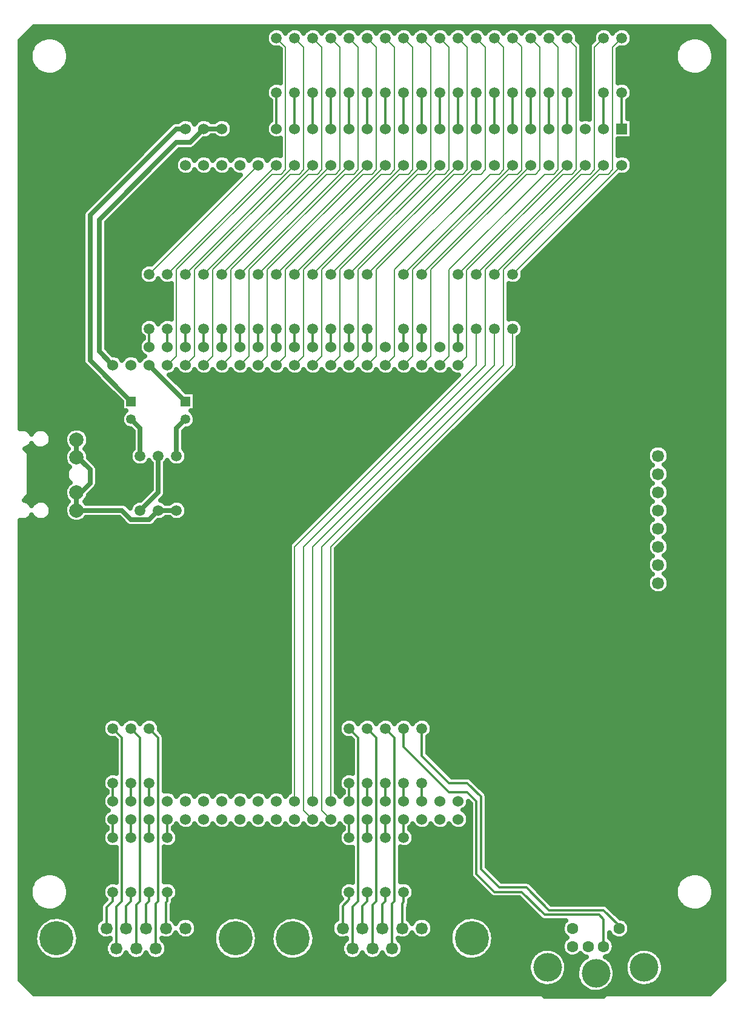
<source format=gbr>
G04 DipTrace 2.3.1.0*
%INBottom.gbr*%
%MOIN*%
%ADD13C,0.0126*%
%ADD14C,0.0063*%
%ADD15C,0.0252*%
%ADD16C,0.025*%
%ADD17R,0.0531X0.0531*%
%ADD18C,0.0531*%
%ADD19C,0.06*%
%ADD20R,0.06X0.06*%
%ADD21C,0.063*%
%ADD22C,0.1575*%
%ADD23C,0.0665*%
%ADD24C,0.0665*%
%ADD25C,0.1874*%
%ADD26C,0.0591*%
%ADD27C,0.0787*%
%FSLAX44Y44*%
G04*
G70*
G90*
G75*
G01*
%LNBottom*%
%LPD*%
X37437Y51937D2*
D13*
Y53937D1*
X31437Y43937D2*
D14*
X37437Y49937D1*
X36437Y51937D2*
D13*
Y53937D1*
X28437Y43937D2*
D14*
X34437Y49937D1*
X32437Y51937D2*
D13*
Y53937D1*
X33437Y51937D2*
Y53937D1*
X26437Y43937D2*
D14*
X32437Y49937D1*
X25437Y43937D2*
X31437Y49937D1*
X29437Y43937D2*
X35437Y49937D1*
X30437Y51937D2*
D13*
Y53937D1*
Y43937D2*
D14*
X36437Y49937D1*
X34437Y51937D2*
D13*
Y53937D1*
X31437Y51937D2*
Y53937D1*
X14437Y51937D2*
D15*
X13687Y51187D1*
X12937D1*
X8687Y46937D1*
Y39687D1*
X9437Y38937D1*
X14437Y51937D2*
X15437D1*
X18437Y43937D2*
D14*
X24437Y49937D1*
Y51937D2*
D13*
Y53937D1*
X17437Y43937D2*
D14*
X23437Y49937D1*
Y51937D2*
D13*
Y53937D1*
X16437Y43937D2*
D14*
X22437Y49937D1*
Y51937D2*
D13*
Y53937D1*
X21437Y43937D2*
D14*
X27437Y49937D1*
Y51937D2*
D13*
Y53937D1*
X20437Y43937D2*
D14*
X26437Y49937D1*
X29437Y51937D2*
D13*
Y53937D1*
X22437Y43937D2*
D14*
X28437Y49937D1*
Y51937D2*
D13*
Y53937D1*
X26437Y51937D2*
Y53937D1*
X19437Y43937D2*
D14*
X25437Y49937D1*
Y51937D2*
D13*
Y53937D1*
X23437Y43937D2*
D14*
X29437Y49937D1*
X7437Y34811D2*
D15*
Y33843D1*
Y31906D2*
Y30937D1*
Y33843D2*
Y33937D1*
X8187Y33187D1*
Y32437D1*
X7687Y31937D1*
X7406D1*
X7437Y31906D1*
Y30937D2*
X9937D1*
X10437Y30437D1*
X11437D1*
X11937Y30937D1*
X12937D1*
X11437Y43937D2*
D14*
X17437Y49937D1*
X15437Y43937D2*
X21437Y49937D1*
Y51937D2*
D13*
Y53937D1*
X14437Y43937D2*
D14*
X20437Y49937D1*
Y51937D2*
D13*
Y53937D1*
X13437Y43937D2*
D14*
X19437Y49937D1*
Y51937D2*
D13*
Y53937D1*
X12437Y43937D2*
D14*
X18437Y49937D1*
Y51937D2*
D13*
Y53937D1*
X16437Y51937D2*
D15*
X15187Y50687D1*
X13187D1*
X9437Y46937D1*
Y39937D1*
X16437Y51937D2*
X17437D1*
X9437Y39937D2*
X10437D1*
X25892Y6819D2*
X25010Y5937D1*
X14152D1*
X13774D1*
X12892Y6819D1*
X25892D2*
X26055D1*
X26966Y5908D1*
X31466D1*
X33187Y4187D1*
X36437D1*
X37187Y4937D1*
Y6937D1*
X37287D1*
X42437Y27937D2*
Y26937D1*
Y28937D2*
Y27937D1*
Y29937D2*
Y28937D1*
Y30937D2*
Y29937D1*
Y31937D2*
Y30937D1*
Y32937D2*
Y31937D1*
Y33937D2*
Y32937D1*
X16437Y51937D2*
X15687Y52687D1*
X12937D1*
X7687Y47437D1*
Y36187D1*
X6437Y34937D1*
Y33874D1*
X5469Y32906D1*
Y31758D1*
X6016Y31211D1*
Y12358D1*
X8437Y9937D1*
Y5937D1*
X9119Y5255D1*
X13469D1*
X14152Y5937D1*
X37287Y6937D2*
X40022Y9672D1*
Y24522D1*
X42437Y26937D1*
X9075Y7937D2*
D13*
Y9075D1*
X9437Y9437D1*
Y9937D1*
X10165Y7937D2*
Y9165D1*
X10437Y9437D1*
Y9937D1*
X11256Y7937D2*
Y9256D1*
X11437Y9437D1*
Y9937D1*
X12346Y7937D2*
Y9346D1*
X12437Y9437D1*
Y9937D1*
X9620Y6819D2*
Y9120D1*
X9937Y9437D1*
Y18437D1*
X9437Y18937D1*
X10711Y6819D2*
Y9211D1*
X10937Y9437D1*
Y18437D1*
X10437Y18937D1*
X22075Y7937D2*
Y9146D1*
X22437Y9508D1*
Y9937D1*
X23165Y7937D2*
Y9165D1*
X23437Y9437D1*
Y9937D1*
X24256Y7937D2*
Y9256D1*
X24437Y9437D1*
Y9937D1*
X25346Y7937D2*
Y9281D1*
X25437Y9372D1*
Y9937D1*
X22620Y6819D2*
Y9120D1*
X22937Y9437D1*
Y18437D1*
X22437Y18937D1*
X23711Y6819D2*
Y9211D1*
X23937Y9437D1*
Y18437D1*
X23437Y18937D1*
X24437Y14937D2*
Y15937D1*
X23437Y14937D2*
Y15937D1*
X11437Y39937D2*
Y40937D1*
X18437Y56937D2*
D14*
X18937Y56437D1*
Y49687D1*
X18687Y49437D1*
X18187D1*
X12937Y44187D1*
Y39437D1*
X12437Y38937D1*
X13437D2*
X13937Y39437D1*
Y44187D1*
X19187Y49437D1*
X19687D1*
X19937Y49687D1*
Y56437D1*
X19437Y56937D1*
X14437Y38937D2*
X14937Y39437D1*
Y44187D1*
X20187Y49437D1*
X20687D1*
X20937Y49687D1*
Y56437D1*
X20437Y56937D1*
X15437Y38937D2*
X15937Y39437D1*
Y44187D1*
X21187Y49437D1*
X21687D1*
X21937Y49687D1*
Y56437D1*
X21437Y56937D1*
X16437Y38937D2*
X16937Y39437D1*
Y44187D1*
X22187Y49437D1*
X22687D1*
X22937Y49687D1*
Y56437D1*
X22437Y56937D1*
X17437Y38937D2*
X17937Y39437D1*
Y44187D1*
X23187Y49437D1*
X23687D1*
X23937Y49687D1*
Y56437D1*
X23437Y56937D1*
X18437Y38937D2*
X18937Y39437D1*
Y44187D1*
X24187Y49437D1*
X24687D1*
X24937Y49687D1*
Y56437D1*
X24437Y56937D1*
X19437Y38937D2*
X19937Y39437D1*
Y44187D1*
X25187Y49437D1*
X25687D1*
X25937Y49687D1*
Y56437D1*
X25437Y56937D1*
X20437Y38937D2*
X20937Y39437D1*
Y44187D1*
X26187Y49437D1*
X26687D1*
X26937Y49687D1*
Y56437D1*
X26437Y56937D1*
X21437Y38937D2*
X21937Y39437D1*
Y44187D1*
X27187Y49437D1*
X27687D1*
X27937Y49687D1*
Y56437D1*
X27437Y56937D1*
X22437Y38937D2*
X22937Y39437D1*
Y44187D1*
X28187Y49437D1*
X28687D1*
X28937Y49687D1*
Y56437D1*
X28437Y56937D1*
X22437Y14937D2*
D13*
Y15937D1*
Y13937D2*
Y12937D1*
X23437Y38937D2*
D14*
X23937Y39437D1*
Y44187D1*
X29187Y49437D1*
X29687D1*
X29937Y49687D1*
Y56437D1*
X29437Y56937D1*
X24437Y38937D2*
X24937Y39437D1*
Y44187D1*
X30187Y49437D1*
X30687D1*
X30937Y49687D1*
Y56437D1*
X30437Y56937D1*
X25437Y38937D2*
X25937Y39437D1*
Y44187D1*
X31187Y49437D1*
X31687D1*
X31907Y49657D1*
Y56467D1*
X31437Y56937D1*
X26437Y38937D2*
X26937Y39437D1*
Y44187D1*
X32187Y49437D1*
X32687D1*
X32937Y49687D1*
Y56437D1*
X32437Y56937D1*
X27437Y38937D2*
X27937Y39437D1*
Y44187D1*
X33187Y49437D1*
X33687D1*
X33937Y49687D1*
Y56437D1*
X33437Y56937D1*
X28437Y38937D2*
X28898Y39398D1*
Y44148D1*
X34187Y49437D1*
X34687D1*
X34937Y49687D1*
Y56437D1*
X34437Y56937D1*
X28437Y39937D2*
D13*
Y40937D1*
X26437Y39937D2*
Y40937D1*
X25437Y39937D2*
Y40937D1*
X23437Y39937D2*
Y40937D1*
X22437Y39937D2*
Y40937D1*
X21437Y39937D2*
Y40937D1*
X20437Y39937D2*
Y40937D1*
X19437Y39937D2*
Y40937D1*
X18437Y39937D2*
Y40937D1*
X17437Y39937D2*
Y40937D1*
X16437Y39937D2*
Y40937D1*
X15437Y39937D2*
Y40937D1*
X14437Y39937D2*
Y40937D1*
X13437Y39937D2*
Y40937D1*
X12437Y39937D2*
Y40937D1*
X12937Y33937D2*
D15*
Y35453D1*
X13437Y35953D1*
X10937Y33937D2*
Y35453D1*
X10437Y35953D1*
X23437Y13937D2*
D13*
Y12937D1*
X9437Y13937D2*
Y12937D1*
Y14937D2*
Y15937D1*
X10437Y13937D2*
Y12937D1*
X11437Y13937D2*
Y12937D1*
X12437Y13937D2*
Y12937D1*
X11437Y14937D2*
Y15937D1*
X10437Y14937D2*
Y15937D1*
X24437Y13937D2*
Y12937D1*
X25437Y13937D2*
Y12937D1*
X37437Y56937D2*
D14*
X36937Y56437D1*
Y49687D1*
X36687Y49437D1*
X36187D1*
X30937Y44187D1*
Y38937D1*
X20937Y28937D1*
Y14437D1*
X21437Y13937D1*
X36437Y56937D2*
X35937Y56437D1*
Y49687D1*
X35687Y49437D1*
X35187D1*
X29937Y44187D1*
Y38937D1*
X19937Y28937D1*
Y14437D1*
X20437Y13937D1*
X21437Y14937D2*
Y28937D1*
X31437Y38937D1*
Y40937D1*
X20437Y14937D2*
Y28937D1*
X30437Y38937D1*
Y40937D1*
X19437Y14937D2*
Y28937D1*
X29437Y38937D1*
Y40937D1*
X26437Y14937D2*
D13*
Y15937D1*
X25437Y14937D2*
Y15937D1*
X11937Y33937D2*
D15*
Y31937D1*
X10937Y30937D1*
X37287Y7921D2*
D13*
Y8087D1*
X36437Y8937D1*
X33437D1*
X32187Y10187D1*
X30687D1*
X29687Y11187D1*
Y15187D1*
X28937Y15937D1*
X27937D1*
X26437Y17437D1*
Y18937D1*
X36437Y6937D2*
Y8437D1*
X36187Y8687D1*
X33187D1*
X31937Y9937D1*
X30437D1*
X29437Y10937D1*
Y14937D1*
X28937Y15437D1*
X27937D1*
X25437Y17937D1*
Y18937D1*
X13437Y51937D2*
D15*
X12937D1*
X8187Y47187D1*
Y39187D1*
X10437Y36937D1*
X11437Y38937D2*
X13437Y36937D1*
X11801Y6819D2*
D13*
Y9301D1*
X11937Y9437D1*
Y18437D1*
X11437Y18937D1*
X24801Y6819D2*
Y9301D1*
X24937Y9437D1*
Y18437D1*
X24437Y18937D1*
X4872Y57303D2*
D16*
X17990D1*
X34884D2*
X35990D1*
X37884D2*
X42502D1*
X4622Y57055D2*
X17865D1*
X35009D2*
X35865D1*
X38009D2*
X42752D1*
X4376Y56806D2*
X5318D1*
X6556D2*
X17869D1*
X35013D2*
X35861D1*
X38005D2*
X40818D1*
X42056D2*
X42998D1*
X4347Y56557D2*
X5061D1*
X6814D2*
X18002D1*
X35232D2*
X35643D1*
X37872D2*
X40561D1*
X42314D2*
X43025D1*
X4347Y56309D2*
X4928D1*
X6946D2*
X18615D1*
X35259D2*
X35615D1*
X37259D2*
X40428D1*
X42446D2*
X43025D1*
X4347Y56060D2*
X4865D1*
X7005D2*
X18615D1*
X35259D2*
X35615D1*
X37259D2*
X40365D1*
X42505D2*
X43025D1*
X4347Y55811D2*
X4869D1*
X7005D2*
X18615D1*
X35259D2*
X35615D1*
X37259D2*
X40369D1*
X42505D2*
X43025D1*
X4347Y55563D2*
X4928D1*
X6946D2*
X18615D1*
X35259D2*
X35615D1*
X37259D2*
X40428D1*
X42446D2*
X43025D1*
X4347Y55314D2*
X5064D1*
X6810D2*
X18615D1*
X35259D2*
X35615D1*
X37259D2*
X40564D1*
X42310D2*
X43025D1*
X4347Y55065D2*
X5322D1*
X6552D2*
X18615D1*
X35259D2*
X35615D1*
X37259D2*
X40822D1*
X42052D2*
X43025D1*
X4347Y54817D2*
X18615D1*
X35259D2*
X35615D1*
X37259D2*
X43025D1*
X4347Y54568D2*
X18615D1*
X35259D2*
X35615D1*
X37259D2*
X43025D1*
X4347Y54319D2*
X18002D1*
X35259D2*
X35615D1*
X37872D2*
X43025D1*
X4347Y54071D2*
X17869D1*
X35259D2*
X35615D1*
X38005D2*
X43025D1*
X4347Y53822D2*
X17865D1*
X35259D2*
X35615D1*
X38009D2*
X43025D1*
X4347Y53573D2*
X17986D1*
X35259D2*
X35615D1*
X37888D2*
X43025D1*
X4347Y53324D2*
X18084D1*
X35259D2*
X35615D1*
X37790D2*
X43025D1*
X4347Y53076D2*
X18084D1*
X35259D2*
X35615D1*
X37790D2*
X43025D1*
X4347Y52827D2*
X18084D1*
X35259D2*
X35615D1*
X37790D2*
X43025D1*
X4347Y52578D2*
X18084D1*
X35259D2*
X35615D1*
X37790D2*
X43025D1*
X4347Y52330D2*
X13006D1*
X13868D2*
X14008D1*
X14868D2*
X15008D1*
X15868D2*
X18006D1*
X38028D2*
X43025D1*
X4347Y52081D2*
X12502D1*
X16009D2*
X17865D1*
X38028D2*
X43025D1*
X4347Y51832D2*
X12256D1*
X16017D2*
X17857D1*
X38028D2*
X43025D1*
X4347Y51584D2*
X12006D1*
X15903D2*
X17971D1*
X38028D2*
X43025D1*
X4347Y51335D2*
X11756D1*
X14411D2*
X18615D1*
X37259D2*
X43025D1*
X4347Y51086D2*
X11510D1*
X14165D2*
X18615D1*
X37259D2*
X43025D1*
X4347Y50838D2*
X11260D1*
X13888D2*
X18615D1*
X37259D2*
X43025D1*
X4347Y50589D2*
X11010D1*
X12915D2*
X18615D1*
X37259D2*
X43025D1*
X4347Y50340D2*
X10764D1*
X12669D2*
X13018D1*
X13857D2*
X14013D1*
X14857D2*
X15013D1*
X15857D2*
X16013D1*
X16857D2*
X17013D1*
X17857D2*
X18013D1*
X37857D2*
X43025D1*
X4347Y50092D2*
X10514D1*
X12419D2*
X12869D1*
X38005D2*
X43025D1*
X4347Y49843D2*
X10264D1*
X12169D2*
X12853D1*
X38021D2*
X43025D1*
X4347Y49594D2*
X10018D1*
X11923D2*
X12963D1*
X37911D2*
X43025D1*
X4347Y49345D2*
X9768D1*
X11673D2*
X16400D1*
X37290D2*
X43025D1*
X4347Y49097D2*
X9518D1*
X11423D2*
X16154D1*
X37040D2*
X43025D1*
X4347Y48848D2*
X9271D1*
X11177D2*
X15904D1*
X36790D2*
X43025D1*
X4347Y48599D2*
X9021D1*
X10927D2*
X15654D1*
X36544D2*
X43025D1*
X4347Y48351D2*
X8771D1*
X10677D2*
X15408D1*
X36294D2*
X43025D1*
X4347Y48102D2*
X8525D1*
X10431D2*
X15158D1*
X36044D2*
X43025D1*
X4347Y47853D2*
X8275D1*
X10181D2*
X14908D1*
X35798D2*
X43025D1*
X4347Y47605D2*
X8025D1*
X9931D2*
X14662D1*
X35548D2*
X43025D1*
X4347Y47356D2*
X7811D1*
X9685D2*
X14412D1*
X35302D2*
X43025D1*
X4347Y47107D2*
X7771D1*
X9435D2*
X14162D1*
X35052D2*
X43025D1*
X4347Y46859D2*
X7771D1*
X9185D2*
X13916D1*
X34802D2*
X43025D1*
X4347Y46610D2*
X7771D1*
X9103D2*
X13666D1*
X34556D2*
X43025D1*
X4347Y46361D2*
X7771D1*
X9103D2*
X13416D1*
X34306D2*
X43025D1*
X4347Y46113D2*
X7771D1*
X9103D2*
X13170D1*
X34056D2*
X43025D1*
X4347Y45864D2*
X7771D1*
X9103D2*
X12920D1*
X33810D2*
X43025D1*
X4347Y45615D2*
X7771D1*
X9103D2*
X12670D1*
X33560D2*
X43025D1*
X4347Y45366D2*
X7771D1*
X9103D2*
X12424D1*
X33310D2*
X43025D1*
X4347Y45118D2*
X7771D1*
X9103D2*
X12174D1*
X33064D2*
X43025D1*
X4347Y44869D2*
X7771D1*
X9103D2*
X11924D1*
X32814D2*
X43025D1*
X4347Y44620D2*
X7771D1*
X9103D2*
X11678D1*
X32564D2*
X43025D1*
X4347Y44372D2*
X7771D1*
X9103D2*
X11061D1*
X32318D2*
X43025D1*
X4347Y44123D2*
X7771D1*
X9103D2*
X10885D1*
X32068D2*
X43025D1*
X4347Y43874D2*
X7771D1*
X9103D2*
X10857D1*
X32017D2*
X43025D1*
X4347Y43626D2*
X7771D1*
X9103D2*
X10947D1*
X31927D2*
X43025D1*
X4347Y43377D2*
X7771D1*
X9103D2*
X12615D1*
X31259D2*
X43025D1*
X4347Y43128D2*
X7771D1*
X9103D2*
X12615D1*
X31259D2*
X43025D1*
X4347Y42880D2*
X7771D1*
X9103D2*
X12615D1*
X31259D2*
X43025D1*
X4347Y42631D2*
X7771D1*
X9103D2*
X12615D1*
X31259D2*
X43025D1*
X4347Y42382D2*
X7771D1*
X9103D2*
X12615D1*
X31259D2*
X43025D1*
X4347Y42134D2*
X7771D1*
X9103D2*
X12615D1*
X31259D2*
X43025D1*
X4347Y41885D2*
X7771D1*
X9103D2*
X12615D1*
X31259D2*
X43025D1*
X4347Y41636D2*
X7771D1*
X9103D2*
X12615D1*
X31259D2*
X43025D1*
X4347Y41387D2*
X7771D1*
X9103D2*
X11080D1*
X11794D2*
X12080D1*
X31794D2*
X43025D1*
X4347Y41139D2*
X7771D1*
X9103D2*
X10889D1*
X31986D2*
X43025D1*
X4347Y40890D2*
X7771D1*
X9103D2*
X10853D1*
X32021D2*
X43025D1*
X4347Y40641D2*
X7771D1*
X9103D2*
X10936D1*
X31939D2*
X43025D1*
X4347Y40393D2*
X7771D1*
X9103D2*
X11080D1*
X31759D2*
X43025D1*
X4347Y40144D2*
X7771D1*
X9103D2*
X10885D1*
X31759D2*
X43025D1*
X4347Y39895D2*
X7771D1*
X9103D2*
X10850D1*
X31759D2*
X43025D1*
X4347Y39647D2*
X7771D1*
X9306D2*
X10928D1*
X31759D2*
X43025D1*
X4347Y39398D2*
X7771D1*
X9790D2*
X10084D1*
X10790D2*
X11084D1*
X31759D2*
X43025D1*
X4347Y39149D2*
X7771D1*
X31759D2*
X43025D1*
X4347Y38901D2*
X7896D1*
X31755D2*
X43025D1*
X4347Y38652D2*
X8143D1*
X31595D2*
X43025D1*
X4347Y38403D2*
X8393D1*
X12646D2*
X13228D1*
X13646D2*
X14228D1*
X14646D2*
X15228D1*
X15646D2*
X16228D1*
X16646D2*
X17228D1*
X17646D2*
X18228D1*
X18646D2*
X19228D1*
X19646D2*
X20228D1*
X20646D2*
X21228D1*
X21646D2*
X22228D1*
X22646D2*
X23228D1*
X23646D2*
X24228D1*
X24646D2*
X25228D1*
X25646D2*
X26228D1*
X26646D2*
X27228D1*
X27646D2*
X28228D1*
X31349D2*
X43025D1*
X4347Y38155D2*
X8643D1*
X12798D2*
X28209D1*
X31099D2*
X43025D1*
X4347Y37906D2*
X8889D1*
X13044D2*
X27963D1*
X30849D2*
X43025D1*
X4347Y37657D2*
X9139D1*
X13294D2*
X27713D1*
X30603D2*
X43025D1*
X4347Y37408D2*
X9389D1*
X13993D2*
X27463D1*
X30353D2*
X43025D1*
X4347Y37160D2*
X9635D1*
X13993D2*
X27217D1*
X30103D2*
X43025D1*
X4347Y36911D2*
X9881D1*
X13993D2*
X26967D1*
X29857D2*
X43025D1*
X4347Y36662D2*
X9881D1*
X13993D2*
X26717D1*
X29607D2*
X43025D1*
X4347Y36414D2*
X9881D1*
X13993D2*
X26471D1*
X29357D2*
X43025D1*
X4347Y36165D2*
X9928D1*
X13946D2*
X26221D1*
X29111D2*
X43025D1*
X4347Y35916D2*
X9881D1*
X13989D2*
X25971D1*
X28861D2*
X43025D1*
X4347Y35668D2*
X9963D1*
X13911D2*
X25725D1*
X28611D2*
X43025D1*
X4622Y35419D2*
X5314D1*
X5622D2*
X7158D1*
X7716D2*
X10393D1*
X13482D2*
X25475D1*
X28364D2*
X43025D1*
X5970Y35170D2*
X6861D1*
X8013D2*
X10521D1*
X13353D2*
X25225D1*
X28114D2*
X43025D1*
X6052Y34922D2*
X6764D1*
X8111D2*
X10521D1*
X13353D2*
X24978D1*
X27864D2*
X43025D1*
X6017Y34673D2*
X6768D1*
X8107D2*
X10521D1*
X13353D2*
X24728D1*
X27618D2*
X43025D1*
X4825Y34424D2*
X5111D1*
X5825D2*
X6881D1*
X7993D2*
X10521D1*
X13353D2*
X24478D1*
X27368D2*
X39064D1*
X39810D2*
X43025D1*
X4767Y34176D2*
X6846D1*
X8028D2*
X10404D1*
X13470D2*
X24232D1*
X27118D2*
X38865D1*
X40009D2*
X43025D1*
X4845Y33927D2*
X6760D1*
X8114D2*
X10353D1*
X13521D2*
X23982D1*
X26872D2*
X38814D1*
X40060D2*
X43025D1*
X4845Y33678D2*
X6775D1*
X8275D2*
X10416D1*
X13458D2*
X23732D1*
X26622D2*
X38873D1*
X40001D2*
X43025D1*
X4845Y33429D2*
X6900D1*
X8517D2*
X10674D1*
X11200D2*
X11521D1*
X12353D2*
X12674D1*
X13200D2*
X23486D1*
X26372D2*
X39072D1*
X39802D2*
X43025D1*
X4845Y33181D2*
X6924D1*
X8603D2*
X11521D1*
X12353D2*
X23236D1*
X26126D2*
X38865D1*
X40009D2*
X43025D1*
X4845Y32932D2*
X6853D1*
X8603D2*
X11521D1*
X12353D2*
X22986D1*
X25876D2*
X38814D1*
X40060D2*
X43025D1*
X4845Y32683D2*
X6896D1*
X8603D2*
X11521D1*
X12353D2*
X22740D1*
X25626D2*
X38869D1*
X40001D2*
X43025D1*
X4845Y32435D2*
X7021D1*
X8603D2*
X11521D1*
X12353D2*
X22490D1*
X25380D2*
X39080D1*
X39794D2*
X43025D1*
X4845Y32186D2*
X6814D1*
X8513D2*
X11521D1*
X12353D2*
X22240D1*
X25130D2*
X38869D1*
X40005D2*
X43025D1*
X4845Y31937D2*
X6756D1*
X8267D2*
X11361D1*
X12353D2*
X21994D1*
X24880D2*
X38814D1*
X40060D2*
X43025D1*
X4759Y31689D2*
X6791D1*
X8083D2*
X11111D1*
X12263D2*
X21744D1*
X24634D2*
X38869D1*
X40005D2*
X43025D1*
X4739Y31440D2*
X5197D1*
X5739D2*
X6947D1*
X7927D2*
X10666D1*
X12208D2*
X12666D1*
X13208D2*
X21494D1*
X24384D2*
X39080D1*
X39794D2*
X43025D1*
X5993Y31191D2*
X6803D1*
X10259D2*
X10412D1*
X13462D2*
X21248D1*
X24134D2*
X38873D1*
X40001D2*
X43025D1*
X6052Y30943D2*
X6752D1*
X13521D2*
X20998D1*
X23888D2*
X38814D1*
X40060D2*
X43025D1*
X5997Y30694D2*
X6799D1*
X13466D2*
X20748D1*
X23638D2*
X38865D1*
X40009D2*
X43025D1*
X4763Y30445D2*
X5174D1*
X5763D2*
X6975D1*
X7900D2*
X9850D1*
X12232D2*
X12643D1*
X13232D2*
X20502D1*
X23388D2*
X39072D1*
X39802D2*
X43025D1*
X4347Y30197D2*
X10100D1*
X11775D2*
X20252D1*
X23142D2*
X38873D1*
X40001D2*
X43025D1*
X4347Y29948D2*
X20002D1*
X22892D2*
X38814D1*
X40060D2*
X43025D1*
X4347Y29699D2*
X19756D1*
X22642D2*
X38865D1*
X40009D2*
X43025D1*
X4347Y29450D2*
X19506D1*
X22396D2*
X39064D1*
X39810D2*
X43025D1*
X4347Y29202D2*
X19256D1*
X22146D2*
X38877D1*
X39997D2*
X43025D1*
X4347Y28953D2*
X19115D1*
X21896D2*
X38814D1*
X40060D2*
X43025D1*
X4347Y28704D2*
X19115D1*
X21759D2*
X38861D1*
X40013D2*
X43025D1*
X4347Y28456D2*
X19115D1*
X21759D2*
X39057D1*
X39818D2*
X43025D1*
X4347Y28207D2*
X19115D1*
X21759D2*
X38881D1*
X39993D2*
X43025D1*
X4347Y27958D2*
X19115D1*
X21759D2*
X38814D1*
X40060D2*
X43025D1*
X4347Y27710D2*
X19115D1*
X21759D2*
X38861D1*
X40013D2*
X43025D1*
X4347Y27461D2*
X19115D1*
X21759D2*
X39053D1*
X39821D2*
X43025D1*
X4347Y27212D2*
X19115D1*
X21759D2*
X38881D1*
X39993D2*
X43025D1*
X4347Y26964D2*
X19115D1*
X21759D2*
X38814D1*
X40060D2*
X43025D1*
X4347Y26715D2*
X19115D1*
X21759D2*
X38857D1*
X40017D2*
X43025D1*
X4347Y26466D2*
X19115D1*
X21759D2*
X39045D1*
X39829D2*
X43025D1*
X4347Y26218D2*
X19115D1*
X21759D2*
X43025D1*
X4347Y25969D2*
X19115D1*
X21759D2*
X43025D1*
X4347Y25720D2*
X19115D1*
X21759D2*
X43025D1*
X4347Y25471D2*
X19115D1*
X21759D2*
X43025D1*
X4347Y25223D2*
X19115D1*
X21759D2*
X43025D1*
X4347Y24974D2*
X19115D1*
X21759D2*
X43025D1*
X4347Y24725D2*
X19115D1*
X21759D2*
X43025D1*
X4347Y24477D2*
X19115D1*
X21759D2*
X43025D1*
X4347Y24228D2*
X19115D1*
X21759D2*
X43025D1*
X4347Y23979D2*
X19115D1*
X21759D2*
X43025D1*
X4347Y23731D2*
X19115D1*
X21759D2*
X43025D1*
X4347Y23482D2*
X19115D1*
X21759D2*
X43025D1*
X4347Y23233D2*
X19115D1*
X21759D2*
X43025D1*
X4347Y22985D2*
X19115D1*
X21759D2*
X43025D1*
X4347Y22736D2*
X19115D1*
X21759D2*
X43025D1*
X4347Y22487D2*
X19115D1*
X21759D2*
X43025D1*
X4347Y22239D2*
X19115D1*
X21759D2*
X43025D1*
X4347Y21990D2*
X19115D1*
X21759D2*
X43025D1*
X4347Y21741D2*
X19115D1*
X21759D2*
X43025D1*
X4347Y21492D2*
X19115D1*
X21759D2*
X43025D1*
X4347Y21244D2*
X19115D1*
X21759D2*
X43025D1*
X4347Y20995D2*
X19115D1*
X21759D2*
X43025D1*
X4347Y20746D2*
X19115D1*
X21759D2*
X43025D1*
X4347Y20498D2*
X19115D1*
X21759D2*
X43025D1*
X4347Y20249D2*
X19115D1*
X21759D2*
X43025D1*
X4347Y20000D2*
X19115D1*
X21759D2*
X43025D1*
X4347Y19752D2*
X19115D1*
X21759D2*
X43025D1*
X4347Y19503D2*
X19115D1*
X21759D2*
X43025D1*
X4347Y19254D2*
X8951D1*
X11923D2*
X19115D1*
X21759D2*
X21951D1*
X26923D2*
X43025D1*
X4347Y19006D2*
X8857D1*
X12017D2*
X19115D1*
X27017D2*
X43025D1*
X4347Y18757D2*
X8881D1*
X12107D2*
X19115D1*
X26993D2*
X43025D1*
X4347Y18508D2*
X9053D1*
X12282D2*
X19115D1*
X21759D2*
X22053D1*
X26821D2*
X43025D1*
X4347Y18260D2*
X9584D1*
X12290D2*
X19115D1*
X21759D2*
X22584D1*
X26790D2*
X43025D1*
X4347Y18011D2*
X9584D1*
X12290D2*
X19115D1*
X21759D2*
X22584D1*
X26790D2*
X43025D1*
X4347Y17762D2*
X9584D1*
X12290D2*
X19115D1*
X21759D2*
X22584D1*
X26790D2*
X43025D1*
X4347Y17513D2*
X9584D1*
X12290D2*
X19115D1*
X21759D2*
X22584D1*
X26849D2*
X43025D1*
X4347Y17265D2*
X9584D1*
X12290D2*
X19115D1*
X21759D2*
X22584D1*
X27099D2*
X43025D1*
X4347Y17016D2*
X9584D1*
X12290D2*
X19115D1*
X21759D2*
X22584D1*
X27345D2*
X43025D1*
X4347Y16767D2*
X9584D1*
X12290D2*
X19115D1*
X21759D2*
X22584D1*
X27595D2*
X43025D1*
X4347Y16519D2*
X9584D1*
X12290D2*
X19115D1*
X21759D2*
X22584D1*
X27845D2*
X43025D1*
X4347Y16270D2*
X8963D1*
X12290D2*
X19115D1*
X21759D2*
X21963D1*
X28091D2*
X43025D1*
X4347Y16021D2*
X8857D1*
X12290D2*
X19115D1*
X29341D2*
X43025D1*
X4347Y15773D2*
X8877D1*
X12290D2*
X19115D1*
X29591D2*
X43025D1*
X4347Y15524D2*
X9033D1*
X12290D2*
X19115D1*
X21759D2*
X22033D1*
X29837D2*
X43025D1*
X4347Y15275D2*
X8959D1*
X30028D2*
X43025D1*
X4347Y15027D2*
X8853D1*
X30040D2*
X43025D1*
X4347Y14778D2*
X8869D1*
X30040D2*
X43025D1*
X4347Y14529D2*
X9021D1*
X28853D2*
X29084D1*
X30040D2*
X43025D1*
X4347Y14281D2*
X8963D1*
X28911D2*
X29084D1*
X30040D2*
X43025D1*
X4347Y14032D2*
X8853D1*
X30040D2*
X43025D1*
X4347Y13783D2*
X8869D1*
X30040D2*
X43025D1*
X4347Y13534D2*
X9018D1*
X12857D2*
X13013D1*
X13857D2*
X14013D1*
X14857D2*
X15013D1*
X15857D2*
X16013D1*
X16857D2*
X17013D1*
X17857D2*
X18013D1*
X18857D2*
X19013D1*
X19857D2*
X20013D1*
X20857D2*
X21013D1*
X21857D2*
X22013D1*
X25857D2*
X26013D1*
X26857D2*
X27013D1*
X27857D2*
X28013D1*
X28857D2*
X29084D1*
X30040D2*
X43025D1*
X4347Y13286D2*
X8975D1*
X12900D2*
X21975D1*
X25900D2*
X29084D1*
X30040D2*
X43025D1*
X4347Y13037D2*
X8861D1*
X13013D2*
X21861D1*
X26013D2*
X29084D1*
X30040D2*
X43025D1*
X4347Y12788D2*
X8873D1*
X13001D2*
X21873D1*
X26001D2*
X29084D1*
X30040D2*
X43025D1*
X4347Y12540D2*
X9018D1*
X12857D2*
X22018D1*
X25857D2*
X29084D1*
X30040D2*
X43025D1*
X4347Y12291D2*
X9584D1*
X12290D2*
X22584D1*
X25290D2*
X29084D1*
X30040D2*
X43025D1*
X4347Y12042D2*
X9584D1*
X12290D2*
X22584D1*
X25290D2*
X29084D1*
X30040D2*
X43025D1*
X4347Y11794D2*
X9584D1*
X12290D2*
X22584D1*
X25290D2*
X29084D1*
X30040D2*
X43025D1*
X4347Y11545D2*
X9584D1*
X12290D2*
X22584D1*
X25290D2*
X29084D1*
X30040D2*
X43025D1*
X4347Y11296D2*
X9584D1*
X12290D2*
X22584D1*
X25290D2*
X29084D1*
X30068D2*
X43025D1*
X4347Y11048D2*
X9584D1*
X12290D2*
X22584D1*
X25290D2*
X29084D1*
X30314D2*
X43025D1*
X4347Y10799D2*
X5307D1*
X6564D2*
X9584D1*
X12290D2*
X22584D1*
X25290D2*
X29115D1*
X30564D2*
X40807D1*
X42064D2*
X43025D1*
X4347Y10550D2*
X5057D1*
X6818D2*
X9584D1*
X12290D2*
X22584D1*
X25290D2*
X29334D1*
X30814D2*
X40557D1*
X42318D2*
X43025D1*
X4347Y10302D2*
X4924D1*
X6950D2*
X8986D1*
X12888D2*
X21986D1*
X25888D2*
X29584D1*
X32560D2*
X40424D1*
X42450D2*
X43025D1*
X4347Y10053D2*
X4865D1*
X7009D2*
X8865D1*
X13009D2*
X21865D1*
X26009D2*
X29834D1*
X32810D2*
X40365D1*
X42509D2*
X43025D1*
X4347Y9804D2*
X4869D1*
X7005D2*
X8869D1*
X13005D2*
X21869D1*
X26005D2*
X30080D1*
X33060D2*
X40369D1*
X42505D2*
X43025D1*
X4347Y9555D2*
X4932D1*
X6943D2*
X9002D1*
X12872D2*
X21994D1*
X25872D2*
X31830D1*
X33306D2*
X40432D1*
X42443D2*
X43025D1*
X4347Y9307D2*
X5068D1*
X6806D2*
X8818D1*
X12763D2*
X21764D1*
X25782D2*
X32080D1*
X33556D2*
X40568D1*
X42306D2*
X43025D1*
X4347Y9058D2*
X5334D1*
X6540D2*
X8721D1*
X12700D2*
X21721D1*
X25700D2*
X32326D1*
X36806D2*
X40834D1*
X42040D2*
X43025D1*
X4347Y8809D2*
X8721D1*
X12700D2*
X21721D1*
X25700D2*
X32576D1*
X37052D2*
X43025D1*
X4347Y8561D2*
X6100D1*
X6575D2*
X8721D1*
X12700D2*
X15936D1*
X16415D2*
X19100D1*
X19575D2*
X21721D1*
X25700D2*
X28936D1*
X29415D2*
X32826D1*
X37302D2*
X43025D1*
X4347Y8312D2*
X5557D1*
X7118D2*
X8584D1*
X13927D2*
X15393D1*
X16958D2*
X18557D1*
X20118D2*
X21584D1*
X26927D2*
X28393D1*
X29958D2*
X34275D1*
X37739D2*
X43025D1*
X4347Y8063D2*
X5326D1*
X7349D2*
X8467D1*
X14044D2*
X15162D1*
X17189D2*
X18326D1*
X20349D2*
X21467D1*
X27044D2*
X28162D1*
X30189D2*
X34143D1*
X37872D2*
X43025D1*
X4347Y7815D2*
X5193D1*
X7482D2*
X8467D1*
X14048D2*
X15029D1*
X17321D2*
X18193D1*
X20482D2*
X21467D1*
X27048D2*
X28029D1*
X30321D2*
X34135D1*
X37880D2*
X43025D1*
X4347Y7566D2*
X5123D1*
X7548D2*
X8580D1*
X13931D2*
X14963D1*
X17388D2*
X18123D1*
X20548D2*
X21580D1*
X26931D2*
X27963D1*
X30388D2*
X34244D1*
X37771D2*
X43025D1*
X4347Y7317D2*
X5111D1*
X7564D2*
X9264D1*
X12157D2*
X14951D1*
X17400D2*
X18111D1*
X20564D2*
X22264D1*
X25157D2*
X27951D1*
X30400D2*
X34264D1*
X36900D2*
X43025D1*
X4347Y7069D2*
X5150D1*
X7525D2*
X9053D1*
X12368D2*
X14990D1*
X17361D2*
X18150D1*
X20525D2*
X22053D1*
X25368D2*
X27990D1*
X30361D2*
X34139D1*
X37028D2*
X43025D1*
X4347Y6820D2*
X5248D1*
X7427D2*
X8998D1*
X12423D2*
X15084D1*
X17263D2*
X18248D1*
X20427D2*
X21998D1*
X25423D2*
X28084D1*
X30263D2*
X33158D1*
X33536D2*
X34135D1*
X37028D2*
X38478D1*
X38857D2*
X43025D1*
X4347Y6571D2*
X5420D1*
X7251D2*
X9053D1*
X12368D2*
X15260D1*
X17091D2*
X18420D1*
X20251D2*
X22053D1*
X25368D2*
X28260D1*
X30091D2*
X32627D1*
X34068D2*
X34252D1*
X36911D2*
X37947D1*
X39388D2*
X43025D1*
X4347Y6323D2*
X5736D1*
X6935D2*
X9264D1*
X9978D2*
X10353D1*
X11068D2*
X11443D1*
X12157D2*
X15576D1*
X16775D2*
X18736D1*
X19935D2*
X22264D1*
X22978D2*
X23353D1*
X24068D2*
X24443D1*
X25157D2*
X28576D1*
X29775D2*
X32420D1*
X34275D2*
X35381D1*
X36638D2*
X37740D1*
X39595D2*
X43025D1*
X4347Y6074D2*
X32311D1*
X34384D2*
X35127D1*
X36888D2*
X37631D1*
X39704D2*
X43025D1*
X4347Y5825D2*
X32271D1*
X34423D2*
X34994D1*
X37021D2*
X37592D1*
X39743D2*
X43025D1*
X4347Y5576D2*
X32291D1*
X34403D2*
X34936D1*
X37079D2*
X37611D1*
X39724D2*
X43025D1*
X4347Y5328D2*
X32373D1*
X34321D2*
X34939D1*
X37075D2*
X37693D1*
X39642D2*
X43025D1*
X4364Y5079D2*
X32537D1*
X34157D2*
X35002D1*
X37013D2*
X37857D1*
X39478D2*
X43010D1*
X4614Y4830D2*
X32869D1*
X33825D2*
X35139D1*
X36876D2*
X38189D1*
X39146D2*
X42760D1*
X4861Y4582D2*
X35404D1*
X36611D2*
X42514D1*
X5111Y4333D2*
X42264D1*
X6982Y55812D2*
X6960Y55689D1*
X6923Y55570D1*
X6873Y55456D1*
X6809Y55348D1*
X6733Y55249D1*
X6646Y55159D1*
X6549Y55081D1*
X6443Y55014D1*
X6330Y54961D1*
X6212Y54921D1*
X6089Y54896D1*
X5965Y54885D1*
X5840Y54889D1*
X5717Y54908D1*
X5596Y54941D1*
X5481Y54989D1*
X5372Y55050D1*
X5270Y55123D1*
X5179Y55208D1*
X5097Y55303D1*
X5028Y55407D1*
X4972Y55518D1*
X4929Y55635D1*
X4900Y55757D1*
X4886Y55881D1*
X4887Y56006D1*
X4903Y56130D1*
X4933Y56251D1*
X4977Y56368D1*
X5035Y56479D1*
X5105Y56582D1*
X5188Y56676D1*
X5280Y56759D1*
X5383Y56831D1*
X5492Y56891D1*
X5609Y56937D1*
X5729Y56969D1*
X5853Y56986D1*
X5978Y56989D1*
X6102Y56976D1*
X6224Y56949D1*
X6342Y56908D1*
X6455Y56853D1*
X6559Y56785D1*
X6656Y56706D1*
X6742Y56615D1*
X6816Y56515D1*
X6879Y56407D1*
X6928Y56292D1*
X6963Y56172D1*
X6983Y56049D1*
X6989Y55937D1*
X6982Y55812D1*
X42482D2*
X42460Y55689D1*
X42423Y55570D1*
X42373Y55456D1*
X42309Y55348D1*
X42233Y55249D1*
X42146Y55159D1*
X42049Y55081D1*
X41943Y55014D1*
X41830Y54961D1*
X41712Y54921D1*
X41589Y54896D1*
X41465Y54885D1*
X41340Y54889D1*
X41217Y54908D1*
X41096Y54941D1*
X40981Y54989D1*
X40872Y55050D1*
X40770Y55123D1*
X40679Y55208D1*
X40597Y55303D1*
X40528Y55407D1*
X40472Y55518D1*
X40429Y55635D1*
X40400Y55757D1*
X40386Y55881D1*
X40387Y56006D1*
X40403Y56130D1*
X40433Y56251D1*
X40477Y56368D1*
X40535Y56479D1*
X40605Y56582D1*
X40688Y56676D1*
X40780Y56759D1*
X40883Y56831D1*
X40992Y56891D1*
X41109Y56937D1*
X41229Y56969D1*
X41353Y56986D1*
X41478Y56989D1*
X41602Y56976D1*
X41724Y56949D1*
X41842Y56908D1*
X41955Y56853D1*
X42059Y56785D1*
X42156Y56706D1*
X42242Y56615D1*
X42316Y56515D1*
X42379Y56407D1*
X42428Y56292D1*
X42463Y56172D1*
X42483Y56049D1*
X42489Y55937D1*
X42482Y55812D1*
Y9812D2*
X42460Y9689D1*
X42423Y9570D1*
X42373Y9456D1*
X42309Y9348D1*
X42233Y9249D1*
X42146Y9159D1*
X42049Y9081D1*
X41943Y9014D1*
X41830Y8961D1*
X41712Y8921D1*
X41589Y8896D1*
X41465Y8885D1*
X41340Y8889D1*
X41217Y8908D1*
X41096Y8941D1*
X40981Y8989D1*
X40872Y9050D1*
X40770Y9123D1*
X40679Y9208D1*
X40597Y9303D1*
X40528Y9407D1*
X40472Y9518D1*
X40429Y9635D1*
X40400Y9757D1*
X40386Y9881D1*
X40387Y10006D1*
X40403Y10130D1*
X40433Y10251D1*
X40477Y10368D1*
X40535Y10479D1*
X40605Y10582D1*
X40688Y10676D1*
X40780Y10759D1*
X40883Y10831D1*
X40992Y10891D1*
X41109Y10937D1*
X41229Y10969D1*
X41353Y10986D1*
X41478Y10989D1*
X41602Y10976D1*
X41724Y10949D1*
X41842Y10908D1*
X41955Y10853D1*
X42059Y10785D1*
X42156Y10706D1*
X42242Y10615D1*
X42316Y10515D1*
X42379Y10407D1*
X42428Y10292D1*
X42463Y10172D1*
X42483Y10049D1*
X42489Y9937D1*
X42482Y9812D1*
X6982D2*
X6960Y9689D1*
X6923Y9570D1*
X6873Y9456D1*
X6809Y9348D1*
X6733Y9249D1*
X6646Y9159D1*
X6549Y9081D1*
X6443Y9014D1*
X6330Y8961D1*
X6212Y8921D1*
X6089Y8896D1*
X5965Y8885D1*
X5840Y8889D1*
X5717Y8908D1*
X5596Y8941D1*
X5481Y8989D1*
X5372Y9050D1*
X5270Y9123D1*
X5179Y9208D1*
X5097Y9303D1*
X5028Y9407D1*
X4972Y9518D1*
X4929Y9635D1*
X4900Y9757D1*
X4886Y9881D1*
X4887Y10006D1*
X4903Y10130D1*
X4933Y10251D1*
X4977Y10368D1*
X5035Y10479D1*
X5105Y10582D1*
X5188Y10676D1*
X5280Y10759D1*
X5383Y10831D1*
X5492Y10891D1*
X5609Y10937D1*
X5729Y10969D1*
X5853Y10986D1*
X5978Y10989D1*
X6102Y10976D1*
X6224Y10949D1*
X6342Y10908D1*
X6455Y10853D1*
X6559Y10785D1*
X6656Y10706D1*
X6742Y10615D1*
X6816Y10515D1*
X6879Y10407D1*
X6928Y10292D1*
X6963Y10172D1*
X6983Y10049D1*
X6989Y9937D1*
X6982Y9812D1*
X39712Y5656D2*
X39690Y5533D1*
X39654Y5414D1*
X39603Y5299D1*
X39539Y5192D1*
X39464Y5093D1*
X39376Y5003D1*
X39279Y4925D1*
X39173Y4858D1*
X39061Y4805D1*
X38942Y4765D1*
X38820Y4739D1*
X38695Y4729D1*
X38570Y4733D1*
X38447Y4752D1*
X38327Y4785D1*
X38211Y4832D1*
X38102Y4893D1*
X38001Y4967D1*
X37909Y5051D1*
X37828Y5146D1*
X37758Y5250D1*
X37702Y5362D1*
X37659Y5479D1*
X37631Y5601D1*
X37616Y5725D1*
X37617Y5850D1*
X37633Y5974D1*
X37663Y6095D1*
X37707Y6212D1*
X37765Y6322D1*
X37836Y6426D1*
X37918Y6520D1*
X38011Y6603D1*
X38113Y6675D1*
X38223Y6735D1*
X38339Y6780D1*
X38460Y6812D1*
X38583Y6830D1*
X38708Y6832D1*
X38833Y6820D1*
X38955Y6793D1*
X39073Y6752D1*
X39185Y6697D1*
X39290Y6629D1*
X39386Y6549D1*
X39472Y6459D1*
X39547Y6359D1*
X39609Y6250D1*
X39658Y6136D1*
X39693Y6016D1*
X39714Y5892D1*
X39720Y5781D1*
X39712Y5656D1*
X34393D2*
X34370Y5533D1*
X34334Y5414D1*
X34283Y5299D1*
X34220Y5192D1*
X34144Y5093D1*
X34057Y5003D1*
X33960Y4925D1*
X33854Y4858D1*
X33741Y4805D1*
X33622Y4765D1*
X33500Y4739D1*
X33376Y4729D1*
X33251Y4733D1*
X33127Y4752D1*
X33007Y4785D1*
X32891Y4832D1*
X32782Y4893D1*
X32681Y4967D1*
X32589Y5051D1*
X32508Y5146D1*
X32439Y5250D1*
X32382Y5362D1*
X32339Y5479D1*
X32311Y5601D1*
X32297Y5725D1*
X32298Y5850D1*
X32313Y5974D1*
X32343Y6095D1*
X32388Y6212D1*
X32445Y6322D1*
X32516Y6426D1*
X32598Y6520D1*
X32691Y6603D1*
X32793Y6675D1*
X32903Y6735D1*
X33019Y6780D1*
X33140Y6812D1*
X33264Y6830D1*
X33389Y6832D1*
X33513Y6820D1*
X33635Y6793D1*
X33753Y6752D1*
X33865Y6697D1*
X33970Y6629D1*
X34066Y6549D1*
X34152Y6459D1*
X34227Y6359D1*
X34289Y6250D1*
X34338Y6136D1*
X34373Y6016D1*
X34394Y5892D1*
X34400Y5781D1*
X34393Y5656D1*
X12677Y8432D2*
X12743Y8384D1*
X12827Y8292D1*
X12892Y8181D1*
X12952Y8286D1*
X13035Y8379D1*
X13135Y8453D1*
X13249Y8504D1*
X13371Y8531D1*
X13496Y8532D1*
X13618Y8507D1*
X13732Y8457D1*
X13834Y8384D1*
X13918Y8292D1*
X13981Y8184D1*
X14021Y8066D1*
X14035Y7937D1*
X14022Y7813D1*
X13983Y7694D1*
X13921Y7586D1*
X13837Y7493D1*
X13737Y7420D1*
X13623Y7369D1*
X13501Y7343D1*
X13376D1*
X13254Y7368D1*
X13140Y7419D1*
X13038Y7492D1*
X12955Y7584D1*
X12891Y7696D1*
X12830Y7586D1*
X12747Y7493D1*
X12646Y7420D1*
X12532Y7369D1*
X12410Y7343D1*
X12285D1*
X12131Y7382D1*
X12198Y7266D1*
X12282Y7174D1*
X12345Y7066D1*
X12385Y6948D1*
X12399Y6819D1*
X12386Y6695D1*
X12347Y6576D1*
X12285Y6468D1*
X12202Y6375D1*
X12101Y6302D1*
X11987Y6251D1*
X11865Y6225D1*
X11740Y6224D1*
X11618Y6250D1*
X11504Y6301D1*
X11403Y6374D1*
X11319Y6466D1*
X11255Y6578D1*
X11194Y6468D1*
X11111Y6375D1*
X11010Y6302D1*
X10896Y6251D1*
X10774Y6225D1*
X10649Y6224D1*
X10527Y6250D1*
X10413Y6301D1*
X10312Y6374D1*
X10228Y6466D1*
X10164Y6578D1*
X10104Y6468D1*
X10020Y6375D1*
X9920Y6302D1*
X9806Y6251D1*
X9684Y6225D1*
X9559Y6224D1*
X9437Y6250D1*
X9323Y6301D1*
X9222Y6374D1*
X9138Y6466D1*
X9075Y6574D1*
X9036Y6692D1*
X9022Y6816D1*
X9035Y6941D1*
X9073Y7059D1*
X9135Y7168D1*
X9218Y7261D1*
X9292Y7319D1*
Y7377D1*
X9138Y7343D1*
X9014D1*
X8892Y7368D1*
X8777Y7419D1*
X8676Y7492D1*
X8592Y7584D1*
X8530Y7692D1*
X8491Y7811D1*
X8477Y7935D1*
X8490Y8059D1*
X8528Y8178D1*
X8590Y8286D1*
X8673Y8379D1*
X8747Y8437D1*
Y9075D1*
X8770Y9197D1*
X8843Y9307D1*
X9061Y9525D1*
X9004Y9582D1*
X8936Y9686D1*
X8893Y9803D1*
X8877Y9927D1*
X8889Y10051D1*
X8927Y10170D1*
X8992Y10277D1*
X9078Y10367D1*
X9182Y10436D1*
X9299Y10480D1*
X9422Y10497D1*
X9546Y10486D1*
X9610Y10466D1*
X9609Y12402D1*
X9442Y12377D1*
X9318Y12390D1*
X9200Y12430D1*
X9093Y12495D1*
X9004Y12582D1*
X8936Y12686D1*
X8893Y12803D1*
X8877Y12927D1*
X8889Y13051D1*
X8927Y13170D1*
X8992Y13277D1*
X9107Y13386D1*
X9109Y13480D1*
X9008Y13570D1*
X8938Y13673D1*
X8892Y13789D1*
X8873Y13912D1*
X8881Y14037D1*
X8916Y14156D1*
X8977Y14265D1*
X9060Y14358D1*
X9173Y14435D1*
X9099Y14485D1*
X9008Y14570D1*
X8938Y14673D1*
X8892Y14789D1*
X8873Y14912D1*
X8881Y15037D1*
X8916Y15156D1*
X8977Y15265D1*
X9060Y15358D1*
X9108Y15392D1*
X9109Y15480D1*
X9004Y15582D1*
X8936Y15686D1*
X8893Y15803D1*
X8877Y15927D1*
X8889Y16051D1*
X8927Y16170D1*
X8992Y16277D1*
X9078Y16367D1*
X9182Y16436D1*
X9299Y16480D1*
X9422Y16497D1*
X9546Y16486D1*
X9610Y16466D1*
X9609Y18300D1*
X9526Y18385D1*
X9442Y18377D1*
X9318Y18390D1*
X9200Y18430D1*
X9093Y18495D1*
X9004Y18582D1*
X8936Y18686D1*
X8893Y18803D1*
X8877Y18927D1*
X8889Y19051D1*
X8927Y19170D1*
X8992Y19277D1*
X9078Y19367D1*
X9182Y19436D1*
X9299Y19480D1*
X9422Y19497D1*
X9546Y19486D1*
X9665Y19449D1*
X9773Y19385D1*
X9864Y19300D1*
X9938Y19186D1*
X9992Y19277D1*
X10078Y19367D1*
X10182Y19436D1*
X10299Y19480D1*
X10422Y19497D1*
X10546Y19486D1*
X10665Y19449D1*
X10773Y19385D1*
X10864Y19300D1*
X10938Y19186D1*
X10992Y19277D1*
X11078Y19367D1*
X11182Y19436D1*
X11299Y19480D1*
X11422Y19497D1*
X11546Y19486D1*
X11665Y19449D1*
X11773Y19385D1*
X11864Y19300D1*
X11933Y19197D1*
X11979Y19080D1*
X11997Y18937D1*
X11987Y18848D1*
X12169Y18669D1*
X12238Y18566D1*
X12265Y18437D1*
Y15472D1*
X12400Y15501D1*
X12525Y15495D1*
X12645Y15462D1*
X12755Y15404D1*
X12850Y15323D1*
X12935Y15198D1*
X12977Y15265D1*
X13060Y15358D1*
X13162Y15431D1*
X13277Y15479D1*
X13400Y15501D1*
X13525Y15495D1*
X13645Y15462D1*
X13755Y15404D1*
X13850Y15323D1*
X13935Y15198D1*
X13977Y15265D1*
X14060Y15358D1*
X14162Y15431D1*
X14277Y15479D1*
X14400Y15501D1*
X14525Y15495D1*
X14645Y15462D1*
X14755Y15404D1*
X14850Y15323D1*
X14935Y15198D1*
X14977Y15265D1*
X15060Y15358D1*
X15162Y15431D1*
X15277Y15479D1*
X15400Y15501D1*
X15525Y15495D1*
X15645Y15462D1*
X15755Y15404D1*
X15850Y15323D1*
X15935Y15198D1*
X15977Y15265D1*
X16060Y15358D1*
X16162Y15431D1*
X16277Y15479D1*
X16400Y15501D1*
X16525Y15495D1*
X16645Y15462D1*
X16755Y15404D1*
X16850Y15323D1*
X16935Y15198D1*
X16977Y15265D1*
X17060Y15358D1*
X17162Y15431D1*
X17277Y15479D1*
X17400Y15501D1*
X17525Y15495D1*
X17645Y15462D1*
X17755Y15404D1*
X17850Y15323D1*
X17935Y15198D1*
X17977Y15265D1*
X18060Y15358D1*
X18162Y15431D1*
X18277Y15479D1*
X18400Y15501D1*
X18525Y15495D1*
X18645Y15462D1*
X18755Y15404D1*
X18850Y15323D1*
X18935Y15198D1*
X18977Y15265D1*
X19060Y15358D1*
X19140Y15415D1*
X19141Y28937D1*
X19169Y29061D1*
X19227Y29147D1*
X28449Y38372D1*
X28325Y38383D1*
X28206Y38421D1*
X28099Y38485D1*
X28008Y38570D1*
X27936Y38677D1*
X27882Y38589D1*
X27795Y38500D1*
X27690Y38432D1*
X27573Y38389D1*
X27449Y38372D1*
X27325Y38383D1*
X27206Y38421D1*
X27099Y38485D1*
X27008Y38570D1*
X26936Y38677D1*
X26882Y38589D1*
X26795Y38500D1*
X26690Y38432D1*
X26573Y38389D1*
X26449Y38372D1*
X26325Y38383D1*
X26206Y38421D1*
X26099Y38485D1*
X26008Y38570D1*
X25936Y38677D1*
X25882Y38589D1*
X25795Y38500D1*
X25690Y38432D1*
X25573Y38389D1*
X25449Y38372D1*
X25325Y38383D1*
X25206Y38421D1*
X25099Y38485D1*
X25008Y38570D1*
X24936Y38677D1*
X24882Y38589D1*
X24795Y38500D1*
X24690Y38432D1*
X24573Y38389D1*
X24449Y38372D1*
X24325Y38383D1*
X24206Y38421D1*
X24099Y38485D1*
X24008Y38570D1*
X23936Y38677D1*
X23882Y38589D1*
X23795Y38500D1*
X23690Y38432D1*
X23573Y38389D1*
X23449Y38372D1*
X23325Y38383D1*
X23206Y38421D1*
X23099Y38485D1*
X23008Y38570D1*
X22936Y38677D1*
X22882Y38589D1*
X22795Y38500D1*
X22690Y38432D1*
X22573Y38389D1*
X22449Y38372D1*
X22325Y38383D1*
X22206Y38421D1*
X22099Y38485D1*
X22008Y38570D1*
X21936Y38677D1*
X21882Y38589D1*
X21795Y38500D1*
X21690Y38432D1*
X21573Y38389D1*
X21449Y38372D1*
X21325Y38383D1*
X21206Y38421D1*
X21099Y38485D1*
X21008Y38570D1*
X20936Y38677D1*
X20882Y38589D1*
X20795Y38500D1*
X20690Y38432D1*
X20573Y38389D1*
X20449Y38372D1*
X20325Y38383D1*
X20206Y38421D1*
X20099Y38485D1*
X20008Y38570D1*
X19936Y38677D1*
X19882Y38589D1*
X19795Y38500D1*
X19690Y38432D1*
X19573Y38389D1*
X19449Y38372D1*
X19325Y38383D1*
X19206Y38421D1*
X19099Y38485D1*
X19008Y38570D1*
X18936Y38677D1*
X18882Y38589D1*
X18795Y38500D1*
X18690Y38432D1*
X18573Y38389D1*
X18449Y38372D1*
X18325Y38383D1*
X18206Y38421D1*
X18099Y38485D1*
X18008Y38570D1*
X17936Y38677D1*
X17882Y38589D1*
X17795Y38500D1*
X17690Y38432D1*
X17573Y38389D1*
X17449Y38372D1*
X17325Y38383D1*
X17206Y38421D1*
X17099Y38485D1*
X17008Y38570D1*
X16936Y38677D1*
X16882Y38589D1*
X16795Y38500D1*
X16690Y38432D1*
X16573Y38389D1*
X16449Y38372D1*
X16325Y38383D1*
X16206Y38421D1*
X16099Y38485D1*
X16008Y38570D1*
X15936Y38677D1*
X15882Y38589D1*
X15795Y38500D1*
X15690Y38432D1*
X15573Y38389D1*
X15449Y38372D1*
X15325Y38383D1*
X15206Y38421D1*
X15099Y38485D1*
X15008Y38570D1*
X14936Y38677D1*
X14882Y38589D1*
X14795Y38500D1*
X14690Y38432D1*
X14573Y38389D1*
X14449Y38372D1*
X14325Y38383D1*
X14206Y38421D1*
X14099Y38485D1*
X14008Y38570D1*
X13936Y38677D1*
X13882Y38589D1*
X13795Y38500D1*
X13690Y38432D1*
X13573Y38389D1*
X13449Y38372D1*
X13325Y38383D1*
X13206Y38421D1*
X13099Y38485D1*
X13008Y38570D1*
X12936Y38677D1*
X12882Y38589D1*
X12795Y38500D1*
X12690Y38432D1*
X12538Y38384D1*
X13216Y37711D1*
X13457Y37468D1*
X13968D1*
Y36406D1*
X13714D1*
X13781Y36357D1*
X13866Y36265D1*
X13927Y36157D1*
X13961Y36037D1*
X13968Y35953D1*
X13953Y35829D1*
X13910Y35712D1*
X13841Y35608D1*
X13749Y35524D1*
X13640Y35463D1*
X13520Y35429D1*
X13462Y35426D1*
X13329Y35292D1*
X13328Y34339D1*
X13433Y34197D1*
X13479Y34080D1*
X13497Y33937D1*
X13483Y33813D1*
X13442Y33695D1*
X13376Y33589D1*
X13288Y33501D1*
X13183Y33434D1*
X13066Y33392D1*
X12942Y33377D1*
X12818Y33390D1*
X12700Y33430D1*
X12593Y33495D1*
X12504Y33582D1*
X12438Y33683D1*
X12376Y33589D1*
X12330Y33542D1*
X12328Y31937D1*
X12308Y31814D1*
X12248Y31701D1*
X12213Y31661D1*
X12046Y31486D1*
X12165Y31449D1*
X12273Y31385D1*
X12332Y31329D1*
X12535Y31328D1*
X12682Y31436D1*
X12799Y31480D1*
X12922Y31497D1*
X13046Y31486D1*
X13165Y31449D1*
X13273Y31385D1*
X13364Y31300D1*
X13433Y31197D1*
X13479Y31080D1*
X13497Y30937D1*
X13483Y30813D1*
X13442Y30695D1*
X13376Y30589D1*
X13288Y30501D1*
X13183Y30434D1*
X13066Y30392D1*
X12942Y30377D1*
X12818Y30390D1*
X12700Y30430D1*
X12593Y30495D1*
X12540Y30546D1*
X12339D1*
X12288Y30501D1*
X12183Y30434D1*
X12066Y30392D1*
X11930Y30378D1*
X11713Y30161D1*
X11613Y30088D1*
X11490Y30050D1*
X11437Y30046D1*
X10437D1*
X10314Y30066D1*
X10201Y30126D1*
X10161Y30161D1*
X9777Y30545D1*
X7964Y30546D1*
X7915Y30484D1*
X7821Y30402D1*
X7713Y30339D1*
X7595Y30298D1*
X7472Y30279D1*
X7347Y30285D1*
X7225Y30313D1*
X7112Y30364D1*
X7009Y30436D1*
X6923Y30526D1*
X6854Y30630D1*
X6807Y30746D1*
X6782Y30868D1*
X6781Y30993D1*
X6803Y31116D1*
X6848Y31232D1*
X6914Y31338D1*
X6991Y31421D1*
X6923Y31494D1*
X6854Y31599D1*
X6807Y31714D1*
X6782Y31837D1*
X6781Y31961D1*
X6803Y32084D1*
X6848Y32201D1*
X6914Y32306D1*
X6999Y32398D1*
X7091Y32465D1*
X7004Y32550D1*
X6936Y32655D1*
X6893Y32772D1*
X6877Y32896D1*
X6889Y33020D1*
X6927Y33138D1*
X6992Y33245D1*
X7054Y33310D1*
X7009Y33342D1*
X6923Y33431D1*
X6854Y33536D1*
X6807Y33651D1*
X6782Y33774D1*
X6781Y33898D1*
X6803Y34021D1*
X6848Y34138D1*
X6914Y34243D1*
X6991Y34326D1*
X6923Y34400D1*
X6854Y34504D1*
X6807Y34620D1*
X6782Y34742D1*
X6781Y34867D1*
X6803Y34990D1*
X6848Y35106D1*
X6914Y35212D1*
X6999Y35303D1*
X7100Y35377D1*
X7213Y35430D1*
X7334Y35462D1*
X7458Y35469D1*
X7582Y35453D1*
X7701Y35415D1*
X7810Y35354D1*
X7906Y35274D1*
X7984Y35177D1*
X8044Y35067D1*
X8081Y34948D1*
X8096Y34811D1*
X8084Y34687D1*
X8049Y34567D1*
X7992Y34456D1*
X7882Y34330D1*
X7984Y34209D1*
X8044Y34099D1*
X8081Y33980D1*
X8095Y33831D1*
X8463Y33463D1*
X8536Y33363D1*
X8574Y33240D1*
X8578Y33187D1*
Y32437D1*
X8558Y32314D1*
X8498Y32201D1*
X8463Y32161D1*
X8085Y31782D1*
X8049Y31661D1*
X7992Y31550D1*
X7882Y31424D1*
X7962Y31330D1*
X9937Y31328D1*
X10060Y31308D1*
X10173Y31248D1*
X10213Y31213D1*
X10387Y31039D1*
X10427Y31170D1*
X10492Y31277D1*
X10578Y31367D1*
X10682Y31436D1*
X10799Y31480D1*
X10942Y31495D1*
X11547Y32100D1*
X11546Y33535D1*
X11504Y33582D1*
X11438Y33683D1*
X11376Y33589D1*
X11288Y33501D1*
X11183Y33434D1*
X11066Y33392D1*
X10942Y33377D1*
X10818Y33390D1*
X10700Y33430D1*
X10593Y33495D1*
X10504Y33582D1*
X10436Y33686D1*
X10393Y33803D1*
X10377Y33927D1*
X10389Y34051D1*
X10427Y34170D1*
X10492Y34277D1*
X10548Y34336D1*
X10546Y35292D1*
X10415Y35424D1*
X10273Y35448D1*
X10160Y35500D1*
X10062Y35577D1*
X9985Y35675D1*
X9932Y35788D1*
X9908Y35911D1*
X9913Y36035D1*
X9947Y36155D1*
X10007Y36264D1*
X10092Y36356D1*
X10159Y36406D1*
X9906D1*
Y36918D1*
X9100Y37721D1*
X7911Y38911D1*
X7838Y39011D1*
X7800Y39134D1*
X7796Y39187D1*
Y47187D1*
X7816Y47310D1*
X7876Y47423D1*
X7911Y47463D1*
X12661Y52213D1*
X12761Y52286D1*
X12884Y52324D1*
X12937Y52328D1*
X13027D1*
X13162Y52431D1*
X13277Y52479D1*
X13400Y52501D1*
X13525Y52495D1*
X13645Y52462D1*
X13755Y52404D1*
X13850Y52323D1*
X13935Y52198D1*
X13977Y52265D1*
X14060Y52358D1*
X14162Y52431D1*
X14277Y52479D1*
X14400Y52501D1*
X14525Y52495D1*
X14645Y52462D1*
X14755Y52404D1*
X14841Y52330D1*
X15027Y52328D1*
X15162Y52431D1*
X15277Y52479D1*
X15400Y52501D1*
X15525Y52495D1*
X15645Y52462D1*
X15755Y52404D1*
X15850Y52323D1*
X15924Y52223D1*
X15975Y52109D1*
X16002Y51937D1*
X15988Y51813D1*
X15948Y51695D1*
X15882Y51589D1*
X15795Y51500D1*
X15690Y51432D1*
X15573Y51389D1*
X15449Y51372D1*
X15325Y51383D1*
X15206Y51421D1*
X15099Y51485D1*
X15033Y51546D1*
X14847D1*
X14795Y51500D1*
X14690Y51432D1*
X14573Y51389D1*
X14430Y51374D1*
X13963Y50911D1*
X13863Y50838D1*
X13740Y50800D1*
X13687Y50796D1*
X13097D1*
X9079Y46776D1*
X9078Y39847D1*
X9425Y39502D1*
X9525Y39495D1*
X9645Y39462D1*
X9755Y39404D1*
X9850Y39323D1*
X9935Y39198D1*
X9977Y39265D1*
X10060Y39358D1*
X10162Y39431D1*
X10277Y39479D1*
X10400Y39501D1*
X10525Y39495D1*
X10645Y39462D1*
X10755Y39404D1*
X10850Y39323D1*
X10935Y39198D1*
X10977Y39265D1*
X11060Y39358D1*
X11173Y39435D1*
X11099Y39485D1*
X11008Y39570D1*
X10938Y39673D1*
X10892Y39789D1*
X10873Y39912D1*
X10881Y40037D1*
X10916Y40156D1*
X10977Y40265D1*
X11060Y40358D1*
X11108Y40392D1*
X11109Y40480D1*
X11004Y40582D1*
X10936Y40686D1*
X10893Y40803D1*
X10877Y40927D1*
X10889Y41051D1*
X10927Y41170D1*
X10992Y41277D1*
X11078Y41367D1*
X11182Y41436D1*
X11299Y41480D1*
X11422Y41497D1*
X11546Y41486D1*
X11665Y41449D1*
X11773Y41385D1*
X11864Y41300D1*
X11938Y41186D1*
X11992Y41277D1*
X12078Y41367D1*
X12182Y41436D1*
X12299Y41480D1*
X12422Y41497D1*
X12546Y41486D1*
X12639Y41457D1*
X12641Y43417D1*
X12566Y43392D1*
X12442Y43377D1*
X12318Y43390D1*
X12200Y43430D1*
X12093Y43495D1*
X12004Y43582D1*
X11938Y43683D1*
X11876Y43589D1*
X11788Y43501D1*
X11683Y43434D1*
X11566Y43392D1*
X11442Y43377D1*
X11318Y43390D1*
X11200Y43430D1*
X11093Y43495D1*
X11004Y43582D1*
X10936Y43686D1*
X10893Y43803D1*
X10877Y43927D1*
X10889Y44051D1*
X10927Y44170D1*
X10992Y44277D1*
X11078Y44367D1*
X11182Y44436D1*
X11299Y44480D1*
X11422Y44497D1*
X11565Y44481D1*
X12200Y45119D1*
X16449Y49372D1*
X16325Y49383D1*
X16206Y49421D1*
X16099Y49485D1*
X16008Y49570D1*
X15936Y49677D1*
X15882Y49589D1*
X15795Y49500D1*
X15690Y49432D1*
X15573Y49389D1*
X15449Y49372D1*
X15325Y49383D1*
X15206Y49421D1*
X15099Y49485D1*
X15008Y49570D1*
X14936Y49677D1*
X14882Y49589D1*
X14795Y49500D1*
X14690Y49432D1*
X14573Y49389D1*
X14449Y49372D1*
X14325Y49383D1*
X14206Y49421D1*
X14099Y49485D1*
X14008Y49570D1*
X13936Y49677D1*
X13882Y49589D1*
X13795Y49500D1*
X13690Y49432D1*
X13573Y49389D1*
X13449Y49372D1*
X13325Y49383D1*
X13206Y49421D1*
X13099Y49485D1*
X13008Y49570D1*
X12938Y49673D1*
X12892Y49789D1*
X12873Y49912D1*
X12881Y50037D1*
X12916Y50156D1*
X12977Y50265D1*
X13060Y50358D1*
X13162Y50431D1*
X13277Y50479D1*
X13400Y50501D1*
X13525Y50495D1*
X13645Y50462D1*
X13755Y50404D1*
X13850Y50323D1*
X13935Y50198D1*
X13977Y50265D1*
X14060Y50358D1*
X14162Y50431D1*
X14277Y50479D1*
X14400Y50501D1*
X14525Y50495D1*
X14645Y50462D1*
X14755Y50404D1*
X14850Y50323D1*
X14935Y50198D1*
X14977Y50265D1*
X15060Y50358D1*
X15162Y50431D1*
X15277Y50479D1*
X15400Y50501D1*
X15525Y50495D1*
X15645Y50462D1*
X15755Y50404D1*
X15850Y50323D1*
X15935Y50198D1*
X15977Y50265D1*
X16060Y50358D1*
X16162Y50431D1*
X16277Y50479D1*
X16400Y50501D1*
X16525Y50495D1*
X16645Y50462D1*
X16755Y50404D1*
X16850Y50323D1*
X16935Y50198D1*
X16977Y50265D1*
X17060Y50358D1*
X17162Y50431D1*
X17277Y50479D1*
X17400Y50501D1*
X17525Y50495D1*
X17645Y50462D1*
X17755Y50404D1*
X17850Y50323D1*
X17935Y50198D1*
X17977Y50265D1*
X18060Y50358D1*
X18162Y50431D1*
X18277Y50479D1*
X18400Y50501D1*
X18525Y50495D1*
X18641Y50463D1*
Y51410D1*
X18573Y51389D1*
X18449Y51372D1*
X18325Y51383D1*
X18206Y51421D1*
X18099Y51485D1*
X18008Y51570D1*
X17938Y51673D1*
X17892Y51789D1*
X17873Y51912D1*
X17881Y52037D1*
X17916Y52156D1*
X17977Y52265D1*
X18060Y52358D1*
X18108Y52392D1*
X18109Y53480D1*
X18004Y53582D1*
X17936Y53686D1*
X17893Y53803D1*
X17877Y53927D1*
X17889Y54051D1*
X17927Y54170D1*
X17992Y54277D1*
X18078Y54367D1*
X18182Y54436D1*
X18299Y54480D1*
X18422Y54497D1*
X18546Y54486D1*
X18639Y54457D1*
Y56316D1*
X18564Y56390D1*
X18442Y56377D1*
X18318Y56390D1*
X18200Y56430D1*
X18093Y56495D1*
X18004Y56582D1*
X17936Y56686D1*
X17893Y56803D1*
X17877Y56927D1*
X17889Y57051D1*
X17927Y57170D1*
X17992Y57277D1*
X18078Y57367D1*
X18182Y57436D1*
X18299Y57480D1*
X18422Y57497D1*
X18546Y57486D1*
X18665Y57449D1*
X18773Y57385D1*
X18864Y57300D1*
X18938Y57186D1*
X18992Y57277D1*
X19078Y57367D1*
X19182Y57436D1*
X19299Y57480D1*
X19422Y57497D1*
X19546Y57486D1*
X19665Y57449D1*
X19773Y57385D1*
X19864Y57300D1*
X19938Y57186D1*
X19992Y57277D1*
X20078Y57367D1*
X20182Y57436D1*
X20299Y57480D1*
X20422Y57497D1*
X20546Y57486D1*
X20665Y57449D1*
X20773Y57385D1*
X20864Y57300D1*
X20938Y57186D1*
X20992Y57277D1*
X21078Y57367D1*
X21182Y57436D1*
X21299Y57480D1*
X21422Y57497D1*
X21546Y57486D1*
X21665Y57449D1*
X21773Y57385D1*
X21864Y57300D1*
X21938Y57186D1*
X21992Y57277D1*
X22078Y57367D1*
X22182Y57436D1*
X22299Y57480D1*
X22422Y57497D1*
X22546Y57486D1*
X22665Y57449D1*
X22773Y57385D1*
X22864Y57300D1*
X22938Y57186D1*
X22992Y57277D1*
X23078Y57367D1*
X23182Y57436D1*
X23299Y57480D1*
X23422Y57497D1*
X23546Y57486D1*
X23665Y57449D1*
X23773Y57385D1*
X23864Y57300D1*
X23938Y57186D1*
X23992Y57277D1*
X24078Y57367D1*
X24182Y57436D1*
X24299Y57480D1*
X24422Y57497D1*
X24546Y57486D1*
X24665Y57449D1*
X24773Y57385D1*
X24864Y57300D1*
X24938Y57186D1*
X24992Y57277D1*
X25078Y57367D1*
X25182Y57436D1*
X25299Y57480D1*
X25422Y57497D1*
X25546Y57486D1*
X25665Y57449D1*
X25773Y57385D1*
X25864Y57300D1*
X25938Y57186D1*
X25992Y57277D1*
X26078Y57367D1*
X26182Y57436D1*
X26299Y57480D1*
X26422Y57497D1*
X26546Y57486D1*
X26665Y57449D1*
X26773Y57385D1*
X26864Y57300D1*
X26938Y57186D1*
X26992Y57277D1*
X27078Y57367D1*
X27182Y57436D1*
X27299Y57480D1*
X27422Y57497D1*
X27546Y57486D1*
X27665Y57449D1*
X27773Y57385D1*
X27864Y57300D1*
X27938Y57186D1*
X27992Y57277D1*
X28078Y57367D1*
X28182Y57436D1*
X28299Y57480D1*
X28422Y57497D1*
X28546Y57486D1*
X28665Y57449D1*
X28773Y57385D1*
X28864Y57300D1*
X28938Y57186D1*
X28992Y57277D1*
X29078Y57367D1*
X29182Y57436D1*
X29299Y57480D1*
X29422Y57497D1*
X29546Y57486D1*
X29665Y57449D1*
X29773Y57385D1*
X29864Y57300D1*
X29938Y57186D1*
X29992Y57277D1*
X30078Y57367D1*
X30182Y57436D1*
X30299Y57480D1*
X30422Y57497D1*
X30546Y57486D1*
X30665Y57449D1*
X30773Y57385D1*
X30864Y57300D1*
X30938Y57186D1*
X30992Y57277D1*
X31078Y57367D1*
X31182Y57436D1*
X31299Y57480D1*
X31422Y57497D1*
X31546Y57486D1*
X31665Y57449D1*
X31773Y57385D1*
X31864Y57300D1*
X31938Y57186D1*
X31992Y57277D1*
X32078Y57367D1*
X32182Y57436D1*
X32299Y57480D1*
X32422Y57497D1*
X32546Y57486D1*
X32665Y57449D1*
X32773Y57385D1*
X32864Y57300D1*
X32938Y57186D1*
X32992Y57277D1*
X33078Y57367D1*
X33182Y57436D1*
X33299Y57480D1*
X33422Y57497D1*
X33546Y57486D1*
X33665Y57449D1*
X33773Y57385D1*
X33864Y57300D1*
X33938Y57186D1*
X33992Y57277D1*
X34078Y57367D1*
X34182Y57436D1*
X34299Y57480D1*
X34422Y57497D1*
X34546Y57486D1*
X34665Y57449D1*
X34773Y57385D1*
X34864Y57300D1*
X34933Y57197D1*
X34979Y57080D1*
X34997Y56937D1*
X34982Y56809D1*
X35147Y56647D1*
X35215Y56539D1*
X35233Y56437D1*
Y52464D1*
X35400Y52501D1*
X35525Y52495D1*
X35641Y52463D1*
Y56437D1*
X35669Y56561D1*
X35727Y56647D1*
X35890Y56810D1*
X35877Y56927D1*
X35889Y57051D1*
X35927Y57170D1*
X35992Y57277D1*
X36078Y57367D1*
X36182Y57436D1*
X36299Y57480D1*
X36422Y57497D1*
X36546Y57486D1*
X36665Y57449D1*
X36773Y57385D1*
X36864Y57300D1*
X36938Y57186D1*
X36992Y57277D1*
X37078Y57367D1*
X37182Y57436D1*
X37299Y57480D1*
X37422Y57497D1*
X37546Y57486D1*
X37665Y57449D1*
X37773Y57385D1*
X37864Y57300D1*
X37933Y57197D1*
X37979Y57080D1*
X37997Y56937D1*
X37983Y56813D1*
X37942Y56695D1*
X37876Y56589D1*
X37788Y56501D1*
X37683Y56434D1*
X37566Y56392D1*
X37442Y56377D1*
X37314Y56391D1*
X37233Y56312D1*
Y54457D1*
X37299Y54480D1*
X37422Y54497D1*
X37546Y54486D1*
X37665Y54449D1*
X37773Y54385D1*
X37864Y54300D1*
X37933Y54197D1*
X37979Y54080D1*
X37997Y53937D1*
X37983Y53813D1*
X37942Y53695D1*
X37876Y53589D1*
X37765Y53486D1*
Y52503D1*
X38002Y52502D1*
Y51372D1*
X37232D1*
X37233Y50464D1*
X37400Y50501D1*
X37525Y50495D1*
X37645Y50462D1*
X37755Y50404D1*
X37850Y50323D1*
X37924Y50223D1*
X37975Y50109D1*
X38002Y49937D1*
X37988Y49813D1*
X37948Y49695D1*
X37882Y49589D1*
X37795Y49500D1*
X37690Y49432D1*
X37573Y49389D1*
X37449Y49372D1*
X37307Y49389D1*
X31981Y44062D1*
X31997Y43937D1*
X31983Y43813D1*
X31942Y43695D1*
X31876Y43589D1*
X31788Y43501D1*
X31683Y43434D1*
X31566Y43392D1*
X31442Y43377D1*
X31318Y43390D1*
X31233Y43418D1*
Y41457D1*
X31299Y41480D1*
X31422Y41497D1*
X31546Y41486D1*
X31665Y41449D1*
X31773Y41385D1*
X31864Y41300D1*
X31933Y41197D1*
X31979Y41080D1*
X31997Y40937D1*
X31983Y40813D1*
X31942Y40695D1*
X31876Y40589D1*
X31788Y40501D1*
X31733Y40465D1*
Y38937D1*
X31705Y38813D1*
X31647Y38727D1*
X21733Y28812D1*
Y15417D1*
X21850Y15323D1*
X21935Y15198D1*
X21977Y15265D1*
X22060Y15358D1*
X22108Y15392D1*
X22109Y15480D1*
X22004Y15582D1*
X21936Y15686D1*
X21893Y15803D1*
X21877Y15927D1*
X21889Y16051D1*
X21927Y16170D1*
X21992Y16277D1*
X22078Y16367D1*
X22182Y16436D1*
X22299Y16480D1*
X22422Y16497D1*
X22546Y16486D1*
X22610Y16466D1*
X22609Y18300D1*
X22526Y18385D1*
X22442Y18377D1*
X22318Y18390D1*
X22200Y18430D1*
X22093Y18495D1*
X22004Y18582D1*
X21936Y18686D1*
X21893Y18803D1*
X21877Y18927D1*
X21889Y19051D1*
X21927Y19170D1*
X21992Y19277D1*
X22078Y19367D1*
X22182Y19436D1*
X22299Y19480D1*
X22422Y19497D1*
X22546Y19486D1*
X22665Y19449D1*
X22773Y19385D1*
X22864Y19300D1*
X22938Y19186D1*
X22992Y19277D1*
X23078Y19367D1*
X23182Y19436D1*
X23299Y19480D1*
X23422Y19497D1*
X23546Y19486D1*
X23665Y19449D1*
X23773Y19385D1*
X23864Y19300D1*
X23938Y19186D1*
X23992Y19277D1*
X24078Y19367D1*
X24182Y19436D1*
X24299Y19480D1*
X24422Y19497D1*
X24546Y19486D1*
X24665Y19449D1*
X24773Y19385D1*
X24864Y19300D1*
X24938Y19186D1*
X24992Y19277D1*
X25078Y19367D1*
X25182Y19436D1*
X25299Y19480D1*
X25422Y19497D1*
X25546Y19486D1*
X25665Y19449D1*
X25773Y19385D1*
X25864Y19300D1*
X25938Y19186D1*
X25992Y19277D1*
X26078Y19367D1*
X26182Y19436D1*
X26299Y19480D1*
X26422Y19497D1*
X26546Y19486D1*
X26665Y19449D1*
X26773Y19385D1*
X26864Y19300D1*
X26933Y19197D1*
X26979Y19080D1*
X26997Y18937D1*
X26983Y18813D1*
X26942Y18695D1*
X26876Y18589D1*
X26765Y18486D1*
Y17574D1*
X28075Y16263D1*
X28937Y16265D1*
X29059Y16241D1*
X29169Y16169D1*
X29919Y15419D1*
X29988Y15316D1*
X30015Y15187D1*
Y11324D1*
X30822Y10516D1*
X32187Y10515D1*
X32309Y10491D1*
X32419Y10419D1*
X33571Y9267D1*
X36437Y9265D1*
X36559Y9241D1*
X36669Y9169D1*
X37340Y8498D1*
X37428Y8484D1*
X37545Y8441D1*
X37650Y8374D1*
X37738Y8286D1*
X37806Y8181D1*
X37849Y8064D1*
X37867Y7921D1*
X37854Y7797D1*
X37814Y7679D1*
X37750Y7572D1*
X37664Y7481D1*
X37562Y7410D1*
X37446Y7364D1*
X37323Y7342D1*
X37198Y7348D1*
X37078Y7380D1*
X36967Y7438D1*
X36871Y7517D1*
X36794Y7616D1*
X36765Y7675D1*
Y7417D1*
X36888Y7301D1*
X36956Y7196D1*
X36999Y7079D1*
X37017Y6937D1*
X37004Y6813D1*
X36964Y6695D1*
X36900Y6588D1*
X36814Y6497D1*
X36712Y6426D1*
X36596Y6379D1*
X36538Y6369D1*
X36630Y6309D1*
X36726Y6229D1*
X36812Y6139D1*
X36887Y6039D1*
X36949Y5930D1*
X36998Y5815D1*
X37033Y5696D1*
X37054Y5572D1*
X37060Y5461D1*
X37052Y5336D1*
X37030Y5213D1*
X36994Y5094D1*
X36943Y4979D1*
X36880Y4872D1*
X36804Y4773D1*
X36717Y4683D1*
X36619Y4604D1*
X36514Y4538D1*
X36401Y4485D1*
X36282Y4445D1*
X36160Y4419D1*
X36035Y4409D1*
X35911Y4413D1*
X35787Y4432D1*
X35667Y4465D1*
X35551Y4512D1*
X35442Y4573D1*
X35341Y4646D1*
X35249Y4731D1*
X35168Y4826D1*
X35099Y4930D1*
X35042Y5042D1*
X34999Y5159D1*
X34971Y5281D1*
X34957Y5405D1*
Y5530D1*
X34973Y5654D1*
X35003Y5775D1*
X35047Y5892D1*
X35105Y6002D1*
X35176Y6105D1*
X35258Y6199D1*
X35351Y6283D1*
X35477Y6368D1*
X35369Y6396D1*
X35258Y6453D1*
X35155Y6542D1*
X35105Y6497D1*
X35002Y6426D1*
X34887Y6379D1*
X34764Y6358D1*
X34639Y6364D1*
X34519Y6396D1*
X34408Y6453D1*
X34312Y6533D1*
X34235Y6631D1*
X34181Y6744D1*
X34152Y6865D1*
X34150Y6990D1*
X34175Y7112D1*
X34225Y7226D1*
X34299Y7327D1*
X34423Y7427D1*
X34312Y7517D1*
X34235Y7616D1*
X34181Y7728D1*
X34153Y7850D1*
X34151Y7974D1*
X34175Y8097D1*
X34226Y8211D1*
X34299Y8312D1*
X34355Y8361D1*
X33187Y8359D1*
X33065Y8383D1*
X32955Y8455D1*
X31803Y9607D1*
X30437Y9609D1*
X30315Y9633D1*
X30205Y9705D1*
X29205Y10705D1*
X29136Y10808D1*
X29109Y10937D1*
Y14800D1*
X29004Y14907D1*
X28988Y14813D1*
X28948Y14695D1*
X28882Y14589D1*
X28795Y14500D1*
X28700Y14438D1*
X28755Y14404D1*
X28850Y14323D1*
X28924Y14223D1*
X28975Y14109D1*
X29002Y13937D1*
X28988Y13813D1*
X28948Y13695D1*
X28882Y13589D1*
X28795Y13500D1*
X28690Y13432D1*
X28573Y13389D1*
X28449Y13372D1*
X28325Y13383D1*
X28206Y13421D1*
X28099Y13485D1*
X28008Y13570D1*
X27936Y13677D1*
X27882Y13589D1*
X27795Y13500D1*
X27690Y13432D1*
X27573Y13389D1*
X27449Y13372D1*
X27325Y13383D1*
X27206Y13421D1*
X27099Y13485D1*
X27008Y13570D1*
X26936Y13677D1*
X26882Y13589D1*
X26795Y13500D1*
X26690Y13432D1*
X26573Y13389D1*
X26449Y13372D1*
X26325Y13383D1*
X26206Y13421D1*
X26099Y13485D1*
X26008Y13570D1*
X25936Y13677D1*
X25882Y13589D1*
X25765Y13481D1*
Y13394D1*
X25864Y13300D1*
X25933Y13197D1*
X25979Y13080D1*
X25997Y12937D1*
X25983Y12813D1*
X25942Y12695D1*
X25876Y12589D1*
X25788Y12501D1*
X25683Y12434D1*
X25566Y12392D1*
X25442Y12377D1*
X25318Y12390D1*
X25262Y12408D1*
X25265Y10472D1*
X25422Y10497D1*
X25546Y10486D1*
X25665Y10449D1*
X25773Y10385D1*
X25864Y10300D1*
X25933Y10197D1*
X25979Y10080D1*
X25997Y9937D1*
X25983Y9813D1*
X25942Y9695D1*
X25876Y9589D1*
X25765Y9486D1*
Y9372D1*
X25739Y9247D1*
X25722Y9210D1*
X25674Y9031D1*
Y8434D1*
X25743Y8384D1*
X25827Y8292D1*
X25892Y8180D1*
X25952Y8286D1*
X26035Y8379D1*
X26135Y8453D1*
X26249Y8504D1*
X26371Y8531D1*
X26496Y8532D1*
X26618Y8507D1*
X26732Y8457D1*
X26834Y8384D1*
X26918Y8292D1*
X26981Y8184D1*
X27021Y8066D1*
X27035Y7937D1*
X27022Y7813D1*
X26983Y7694D1*
X26921Y7586D1*
X26837Y7493D1*
X26737Y7420D1*
X26623Y7369D1*
X26501Y7343D1*
X26376D1*
X26254Y7368D1*
X26140Y7419D1*
X26038Y7492D1*
X25955Y7584D1*
X25891Y7696D1*
X25830Y7586D1*
X25747Y7493D1*
X25646Y7420D1*
X25532Y7369D1*
X25410Y7343D1*
X25285D1*
X25131Y7382D1*
X25198Y7266D1*
X25282Y7174D1*
X25345Y7066D1*
X25385Y6948D1*
X25399Y6819D1*
X25386Y6695D1*
X25347Y6576D1*
X25285Y6468D1*
X25202Y6375D1*
X25101Y6302D1*
X24987Y6251D1*
X24865Y6225D1*
X24740Y6224D1*
X24618Y6250D1*
X24504Y6301D1*
X24403Y6374D1*
X24319Y6466D1*
X24255Y6578D1*
X24194Y6468D1*
X24111Y6375D1*
X24010Y6302D1*
X23896Y6251D1*
X23774Y6225D1*
X23649Y6224D1*
X23527Y6250D1*
X23413Y6301D1*
X23312Y6374D1*
X23228Y6466D1*
X23164Y6578D1*
X23104Y6468D1*
X23020Y6375D1*
X22920Y6302D1*
X22806Y6251D1*
X22684Y6225D1*
X22559Y6224D1*
X22437Y6250D1*
X22323Y6301D1*
X22222Y6374D1*
X22138Y6466D1*
X22075Y6574D1*
X22036Y6692D1*
X22022Y6816D1*
X22035Y6941D1*
X22073Y7059D1*
X22135Y7168D1*
X22218Y7261D1*
X22292Y7319D1*
Y7377D1*
X22138Y7343D1*
X22014D1*
X21892Y7368D1*
X21777Y7419D1*
X21676Y7492D1*
X21592Y7584D1*
X21530Y7692D1*
X21491Y7811D1*
X21477Y7935D1*
X21490Y8059D1*
X21528Y8178D1*
X21590Y8286D1*
X21673Y8379D1*
X21747Y8437D1*
Y9146D1*
X21770Y9268D1*
X21843Y9378D1*
X22022Y9557D1*
X21936Y9686D1*
X21893Y9803D1*
X21877Y9927D1*
X21889Y10051D1*
X21927Y10170D1*
X21992Y10277D1*
X22078Y10367D1*
X22182Y10436D1*
X22299Y10480D1*
X22422Y10497D1*
X22546Y10486D1*
X22610Y10466D1*
X22609Y12402D1*
X22442Y12377D1*
X22318Y12390D1*
X22200Y12430D1*
X22093Y12495D1*
X22004Y12582D1*
X21936Y12686D1*
X21893Y12803D1*
X21877Y12927D1*
X21889Y13051D1*
X21927Y13170D1*
X21992Y13277D1*
X22107Y13386D1*
X22109Y13480D1*
X22008Y13570D1*
X21936Y13677D1*
X21882Y13589D1*
X21795Y13500D1*
X21690Y13432D1*
X21573Y13389D1*
X21449Y13372D1*
X21325Y13383D1*
X21206Y13421D1*
X21099Y13485D1*
X21008Y13570D1*
X20936Y13677D1*
X20882Y13589D1*
X20795Y13500D1*
X20690Y13432D1*
X20573Y13389D1*
X20449Y13372D1*
X20325Y13383D1*
X20206Y13421D1*
X20099Y13485D1*
X20008Y13570D1*
X19936Y13677D1*
X19882Y13589D1*
X19795Y13500D1*
X19690Y13432D1*
X19573Y13389D1*
X19449Y13372D1*
X19325Y13383D1*
X19206Y13421D1*
X19099Y13485D1*
X19008Y13570D1*
X18936Y13677D1*
X18882Y13589D1*
X18795Y13500D1*
X18690Y13432D1*
X18573Y13389D1*
X18449Y13372D1*
X18325Y13383D1*
X18206Y13421D1*
X18099Y13485D1*
X18008Y13570D1*
X17936Y13677D1*
X17882Y13589D1*
X17795Y13500D1*
X17690Y13432D1*
X17573Y13389D1*
X17449Y13372D1*
X17325Y13383D1*
X17206Y13421D1*
X17099Y13485D1*
X17008Y13570D1*
X16936Y13677D1*
X16882Y13589D1*
X16795Y13500D1*
X16690Y13432D1*
X16573Y13389D1*
X16449Y13372D1*
X16325Y13383D1*
X16206Y13421D1*
X16099Y13485D1*
X16008Y13570D1*
X15936Y13677D1*
X15882Y13589D1*
X15795Y13500D1*
X15690Y13432D1*
X15573Y13389D1*
X15449Y13372D1*
X15325Y13383D1*
X15206Y13421D1*
X15099Y13485D1*
X15008Y13570D1*
X14936Y13677D1*
X14882Y13589D1*
X14795Y13500D1*
X14690Y13432D1*
X14573Y13389D1*
X14449Y13372D1*
X14325Y13383D1*
X14206Y13421D1*
X14099Y13485D1*
X14008Y13570D1*
X13936Y13677D1*
X13882Y13589D1*
X13795Y13500D1*
X13690Y13432D1*
X13573Y13389D1*
X13449Y13372D1*
X13325Y13383D1*
X13206Y13421D1*
X13099Y13485D1*
X13008Y13570D1*
X12936Y13677D1*
X12882Y13589D1*
X12765Y13481D1*
Y13394D1*
X12864Y13300D1*
X12933Y13197D1*
X12979Y13080D1*
X12997Y12937D1*
X12983Y12813D1*
X12942Y12695D1*
X12876Y12589D1*
X12788Y12501D1*
X12683Y12434D1*
X12566Y12392D1*
X12442Y12377D1*
X12318Y12390D1*
X12262Y12408D1*
X12265Y10472D1*
X12422Y10497D1*
X12546Y10486D1*
X12665Y10449D1*
X12773Y10385D1*
X12864Y10300D1*
X12933Y10197D1*
X12979Y10080D1*
X12997Y9937D1*
X12983Y9813D1*
X12942Y9695D1*
X12876Y9589D1*
X12765Y9486D1*
X12755Y9357D1*
X12722Y9275D1*
X12739Y9312D1*
X12674Y9210D1*
Y8436D1*
X17371Y7253D2*
X17351Y7130D1*
X17319Y7009D1*
X17275Y6892D1*
X17218Y6781D1*
X17151Y6676D1*
X17072Y6578D1*
X16985Y6489D1*
X16888Y6410D1*
X16784Y6341D1*
X16673Y6284D1*
X16556Y6238D1*
X16436Y6205D1*
X16313Y6184D1*
X16188Y6176D1*
X16063Y6181D1*
X15940Y6199D1*
X15819Y6230D1*
X15701Y6273D1*
X15589Y6329D1*
X15484Y6395D1*
X15385Y6472D1*
X15295Y6559D1*
X15215Y6655D1*
X15145Y6758D1*
X15087Y6869D1*
X15040Y6984D1*
X15005Y7104D1*
X14983Y7227D1*
X14974Y7352D1*
X14977Y7477D1*
X14994Y7601D1*
X15024Y7722D1*
X15066Y7840D1*
X15119Y7952D1*
X15185Y8059D1*
X15261Y8158D1*
X15347Y8249D1*
X15442Y8330D1*
X15544Y8401D1*
X15654Y8461D1*
X15769Y8509D1*
X15889Y8545D1*
X16012Y8569D1*
X16136Y8579D1*
X16261Y8577D1*
X16385Y8561D1*
X16507Y8533D1*
X16625Y8493D1*
X16738Y8440D1*
X16845Y8376D1*
X16945Y8301D1*
X17037Y8216D1*
X17119Y8122D1*
X17191Y8020D1*
X17253Y7911D1*
X17302Y7796D1*
X17339Y7677D1*
X17364Y7554D1*
X17377Y7378D1*
X17371Y7253D1*
X7532D2*
X7513Y7130D1*
X7481Y7009D1*
X7436Y6892D1*
X7380Y6781D1*
X7312Y6676D1*
X7234Y6578D1*
X7146Y6489D1*
X7049Y6410D1*
X6945Y6341D1*
X6834Y6284D1*
X6718Y6238D1*
X6598Y6205D1*
X6474Y6184D1*
X6350Y6176D1*
X6225Y6181D1*
X6101Y6199D1*
X5980Y6230D1*
X5863Y6273D1*
X5751Y6329D1*
X5645Y6395D1*
X5547Y6472D1*
X5457Y6559D1*
X5377Y6655D1*
X5307Y6758D1*
X5248Y6869D1*
X5201Y6984D1*
X5166Y7104D1*
X5144Y7227D1*
X5135Y7352D1*
X5139Y7477D1*
X5156Y7601D1*
X5185Y7722D1*
X5227Y7840D1*
X5281Y7952D1*
X5346Y8059D1*
X5422Y8158D1*
X5508Y8249D1*
X5603Y8330D1*
X5706Y8401D1*
X5816Y8461D1*
X5931Y8509D1*
X6050Y8545D1*
X6173Y8569D1*
X6298Y8579D1*
X6423Y8577D1*
X6547Y8561D1*
X6668Y8533D1*
X6786Y8493D1*
X6900Y8440D1*
X7007Y8376D1*
X7107Y8301D1*
X7198Y8216D1*
X7281Y8122D1*
X7353Y8020D1*
X7414Y7911D1*
X7464Y7796D1*
X7501Y7677D1*
X7526Y7554D1*
X7539Y7378D1*
X7532Y7253D1*
X30371D2*
X30351Y7130D1*
X30319Y7009D1*
X30275Y6892D1*
X30218Y6781D1*
X30151Y6676D1*
X30072Y6578D1*
X29985Y6489D1*
X29888Y6410D1*
X29784Y6341D1*
X29673Y6284D1*
X29556Y6238D1*
X29436Y6205D1*
X29313Y6184D1*
X29188Y6176D1*
X29063Y6181D1*
X28940Y6199D1*
X28819Y6230D1*
X28701Y6273D1*
X28589Y6329D1*
X28484Y6395D1*
X28385Y6472D1*
X28295Y6559D1*
X28215Y6655D1*
X28145Y6758D1*
X28087Y6869D1*
X28040Y6984D1*
X28005Y7104D1*
X27983Y7227D1*
X27974Y7352D1*
X27977Y7477D1*
X27994Y7601D1*
X28024Y7722D1*
X28066Y7840D1*
X28119Y7952D1*
X28185Y8059D1*
X28261Y8158D1*
X28347Y8249D1*
X28442Y8330D1*
X28544Y8401D1*
X28654Y8461D1*
X28769Y8509D1*
X28889Y8545D1*
X29012Y8569D1*
X29136Y8579D1*
X29261Y8577D1*
X29385Y8561D1*
X29507Y8533D1*
X29625Y8493D1*
X29738Y8440D1*
X29845Y8376D1*
X29945Y8301D1*
X30037Y8216D1*
X30119Y8122D1*
X30191Y8020D1*
X30253Y7911D1*
X30302Y7796D1*
X30339Y7677D1*
X30364Y7554D1*
X30377Y7378D1*
X30371Y7253D1*
X20532D2*
X20513Y7130D1*
X20481Y7009D1*
X20436Y6892D1*
X20380Y6781D1*
X20312Y6676D1*
X20234Y6578D1*
X20146Y6489D1*
X20049Y6410D1*
X19945Y6341D1*
X19834Y6284D1*
X19718Y6238D1*
X19598Y6205D1*
X19474Y6184D1*
X19350Y6176D1*
X19225Y6181D1*
X19101Y6199D1*
X18980Y6230D1*
X18863Y6273D1*
X18751Y6329D1*
X18645Y6395D1*
X18547Y6472D1*
X18457Y6559D1*
X18377Y6655D1*
X18307Y6758D1*
X18248Y6869D1*
X18201Y6984D1*
X18166Y7104D1*
X18144Y7227D1*
X18135Y7352D1*
X18139Y7477D1*
X18156Y7601D1*
X18185Y7722D1*
X18227Y7840D1*
X18281Y7952D1*
X18346Y8059D1*
X18422Y8158D1*
X18508Y8249D1*
X18603Y8330D1*
X18706Y8401D1*
X18816Y8461D1*
X18931Y8509D1*
X19050Y8545D1*
X19173Y8569D1*
X19298Y8579D1*
X19423Y8577D1*
X19547Y8561D1*
X19668Y8533D1*
X19786Y8493D1*
X19900Y8440D1*
X20007Y8376D1*
X20107Y8301D1*
X20198Y8216D1*
X20281Y8122D1*
X20353Y8020D1*
X20414Y7911D1*
X20464Y7796D1*
X20501Y7677D1*
X20526Y7554D1*
X20539Y7378D1*
X20532Y7253D1*
X6015Y30813D2*
X5974Y30695D1*
X5908Y30589D1*
X5820Y30501D1*
X5715Y30434D1*
X5597Y30392D1*
X5473Y30377D1*
X5349Y30390D1*
X5231Y30430D1*
X5125Y30495D1*
X5035Y30582D1*
X4970Y30683D1*
X4908Y30589D1*
X4820Y30501D1*
X4715Y30434D1*
X4597Y30392D1*
X4473Y30377D1*
X4324Y30398D1*
X4322Y24829D1*
Y5099D1*
X5095Y4323D1*
X42275Y4322D1*
X43051Y5095D1*
X43052Y56775D1*
X42279Y57551D1*
X5099Y57552D1*
X4323Y56779D1*
X4322Y35411D1*
X4454Y35434D1*
X4578Y35423D1*
X4697Y35386D1*
X4804Y35322D1*
X4895Y35237D1*
X4969Y35123D1*
X5023Y35214D1*
X5109Y35304D1*
X5213Y35373D1*
X5330Y35417D1*
X5454Y35434D1*
X5578Y35423D1*
X5697Y35386D1*
X5804Y35322D1*
X5895Y35237D1*
X5965Y35134D1*
X6010Y35017D1*
X6029Y34874D1*
X6015Y34750D1*
X5974Y34632D1*
X5908Y34526D1*
X5820Y34438D1*
X5715Y34371D1*
X5597Y34329D1*
X5473Y34314D1*
X5349Y34327D1*
X5231Y34367D1*
X5125Y34432D1*
X5035Y34519D1*
X4970Y34620D1*
X4908Y34526D1*
X4820Y34438D1*
X4715Y34371D1*
X4593Y34328D1*
X4786Y34129D1*
X4822Y34045D1*
X4820Y31826D1*
X4785Y31741D1*
X4539Y31495D1*
X4697Y31449D1*
X4804Y31385D1*
X4895Y31300D1*
X4969Y31186D1*
X5023Y31277D1*
X5109Y31367D1*
X5213Y31436D1*
X5330Y31480D1*
X5454Y31497D1*
X5578Y31486D1*
X5697Y31449D1*
X5804Y31385D1*
X5895Y31300D1*
X5965Y31197D1*
X6010Y31080D1*
X6029Y30937D1*
X6015Y30813D1*
X40022Y32813D2*
X39983Y32694D1*
X39921Y32586D1*
X39837Y32493D1*
X39765Y32441D1*
X39834Y32384D1*
X39918Y32292D1*
X39981Y32184D1*
X40021Y32066D1*
X40035Y31937D1*
X40022Y31813D1*
X39983Y31694D1*
X39921Y31586D1*
X39837Y31493D1*
X39765Y31441D1*
X39834Y31384D1*
X39918Y31292D1*
X39981Y31184D1*
X40021Y31066D1*
X40035Y30937D1*
X40022Y30813D1*
X39983Y30694D1*
X39921Y30586D1*
X39837Y30493D1*
X39765Y30441D1*
X39834Y30384D1*
X39918Y30292D1*
X39981Y30184D1*
X40021Y30066D1*
X40035Y29937D1*
X40022Y29813D1*
X39983Y29694D1*
X39921Y29586D1*
X39837Y29493D1*
X39765Y29441D1*
X39834Y29384D1*
X39918Y29292D1*
X39981Y29184D1*
X40021Y29066D1*
X40035Y28937D1*
X40022Y28813D1*
X39983Y28694D1*
X39921Y28586D1*
X39837Y28493D1*
X39765Y28441D1*
X39834Y28384D1*
X39918Y28292D1*
X39981Y28184D1*
X40021Y28066D1*
X40035Y27937D1*
X40022Y27813D1*
X39983Y27694D1*
X39921Y27586D1*
X39837Y27493D1*
X39765Y27441D1*
X39834Y27384D1*
X39918Y27292D1*
X39981Y27184D1*
X40021Y27066D1*
X40035Y26937D1*
X40022Y26813D1*
X39983Y26694D1*
X39921Y26586D1*
X39837Y26493D1*
X39737Y26420D1*
X39623Y26369D1*
X39501Y26343D1*
X39376D1*
X39254Y26368D1*
X39140Y26419D1*
X39038Y26492D1*
X38955Y26584D1*
X38892Y26692D1*
X38853Y26811D1*
X38839Y26935D1*
X38852Y27059D1*
X38890Y27178D1*
X38952Y27286D1*
X39035Y27379D1*
X39113Y27437D1*
X39038Y27492D1*
X38955Y27584D1*
X38892Y27692D1*
X38853Y27811D1*
X38839Y27935D1*
X38852Y28059D1*
X38890Y28178D1*
X38952Y28286D1*
X39035Y28379D1*
X39113Y28437D1*
X39038Y28492D1*
X38955Y28584D1*
X38892Y28692D1*
X38853Y28811D1*
X38839Y28935D1*
X38852Y29059D1*
X38890Y29178D1*
X38952Y29286D1*
X39035Y29379D1*
X39113Y29437D1*
X39038Y29492D1*
X38955Y29584D1*
X38892Y29692D1*
X38853Y29811D1*
X38839Y29935D1*
X38852Y30059D1*
X38890Y30178D1*
X38952Y30286D1*
X39035Y30379D1*
X39113Y30437D1*
X39038Y30492D1*
X38955Y30584D1*
X38892Y30692D1*
X38853Y30811D1*
X38839Y30935D1*
X38852Y31059D1*
X38890Y31178D1*
X38952Y31286D1*
X39035Y31379D1*
X39113Y31437D1*
X39038Y31492D1*
X38955Y31584D1*
X38892Y31692D1*
X38853Y31811D1*
X38839Y31935D1*
X38852Y32059D1*
X38890Y32178D1*
X38952Y32286D1*
X39035Y32379D1*
X39113Y32437D1*
X39038Y32492D1*
X38955Y32584D1*
X38892Y32692D1*
X38853Y32811D1*
X38839Y32935D1*
X38852Y33059D1*
X38890Y33178D1*
X38952Y33286D1*
X39035Y33379D1*
X39113Y33437D1*
X39038Y33492D1*
X38955Y33584D1*
X38892Y33692D1*
X38853Y33811D1*
X38839Y33935D1*
X38852Y34059D1*
X38890Y34178D1*
X38952Y34286D1*
X39035Y34379D1*
X39135Y34453D1*
X39249Y34504D1*
X39371Y34531D1*
X39496Y34532D1*
X39618Y34507D1*
X39732Y34457D1*
X39834Y34384D1*
X39918Y34292D1*
X39981Y34184D1*
X40021Y34066D1*
X40035Y33937D1*
X40022Y33813D1*
X39983Y33694D1*
X39921Y33586D1*
X39837Y33493D1*
X39765Y33441D1*
X39834Y33384D1*
X39918Y33292D1*
X39981Y33184D1*
X40021Y33066D1*
X40035Y32937D1*
X40022Y32813D1*
D17*
X10437Y36937D3*
D18*
Y35953D3*
D17*
X13437Y36937D3*
D18*
Y35953D3*
D19*
X16437Y51937D3*
Y49937D3*
X17437D3*
Y51937D3*
X20437D3*
Y49937D3*
X21437Y51937D3*
Y49937D3*
X22437D3*
Y51937D3*
X37437Y49937D3*
X36437D3*
X35437D3*
X34437D3*
X33437D3*
X32437D3*
X31437D3*
X30437D3*
X29437D3*
X28437D3*
X27437D3*
X26437D3*
X25437D3*
X24437D3*
X23437D3*
X28437Y51937D3*
X29437D3*
X30437D3*
X31437D3*
X32437D3*
X33437D3*
X34437D3*
X35437D3*
X36437D3*
D20*
X37437D3*
D19*
X27437D3*
X26437D3*
X25437D3*
X24437D3*
X23437D3*
X19437D3*
Y49937D3*
X18437D3*
Y51937D3*
X15437D3*
Y49937D3*
X14437Y51937D3*
Y49937D3*
X13437Y51937D3*
Y49937D3*
D21*
X36437Y6937D3*
X35578D3*
X37287D3*
X34728D3*
X37287Y7921D3*
X34728D3*
D22*
X38667Y5781D3*
X36007Y5461D3*
X33348Y5781D3*
D23*
X13437Y7937D3*
D24*
X12346D3*
X11256D3*
X10165D3*
X9075D3*
X12892Y6819D3*
X11801D3*
X10711D3*
X9620D3*
D25*
X16175Y7378D3*
X6337D3*
D23*
X26437Y7937D3*
D24*
X25346D3*
X24256D3*
X23165D3*
X22075D3*
X25892Y6819D3*
X24801D3*
X23711D3*
X22620D3*
D25*
X29175Y7378D3*
X19337D3*
D26*
X18437Y53937D3*
Y56937D3*
X11437Y40937D3*
Y43937D3*
X30437Y40937D3*
Y43937D3*
X31437Y40937D3*
Y43937D3*
X12437Y40937D3*
Y43937D3*
X13437Y40937D3*
Y43937D3*
X14437Y40937D3*
Y43937D3*
X15437Y40937D3*
Y43937D3*
X16437Y40937D3*
Y43937D3*
X17437Y40937D3*
Y43937D3*
X18437Y40937D3*
Y43937D3*
X19437Y40937D3*
Y43937D3*
X20437Y40937D3*
Y43937D3*
X21437Y40937D3*
Y43937D3*
X22437Y40937D3*
Y43937D3*
X12937Y33937D3*
Y30937D3*
X36437Y53937D3*
Y56937D3*
X23437Y40937D3*
Y43937D3*
X25437Y40937D3*
Y43937D3*
X26437Y40937D3*
Y43937D3*
X28437Y40937D3*
Y43937D3*
X19437Y53937D3*
Y56937D3*
X20437Y53937D3*
Y56937D3*
X21437Y53937D3*
Y56937D3*
X22437Y53937D3*
Y56937D3*
X23437Y53937D3*
Y56937D3*
X24437Y53937D3*
Y56937D3*
X25437Y53937D3*
Y56937D3*
X26437Y53937D3*
Y56937D3*
X27437Y53937D3*
Y56937D3*
X28437Y53937D3*
Y56937D3*
X29437Y53937D3*
Y56937D3*
X30437Y53937D3*
Y56937D3*
X31437Y53937D3*
Y56937D3*
X32437Y53937D3*
Y56937D3*
X33437Y53937D3*
Y56937D3*
X34437Y53937D3*
Y56937D3*
X10937Y33937D3*
Y30937D3*
X37437Y53937D3*
Y56937D3*
X29437Y40937D3*
Y43937D3*
X9437Y9937D3*
Y12937D3*
Y15937D3*
Y18937D3*
X10437Y9937D3*
Y12937D3*
X11437Y9937D3*
Y12937D3*
X12437Y9937D3*
Y12937D3*
X10437Y15937D3*
Y18937D3*
X11437Y15937D3*
Y18937D3*
X26437Y15937D3*
Y18937D3*
X25437Y15937D3*
Y18937D3*
X11937Y33937D3*
Y30937D3*
X22437Y9937D3*
Y12937D3*
X23437Y9937D3*
Y12937D3*
X24437Y9937D3*
Y12937D3*
X25437Y9937D3*
Y12937D3*
X22437Y15937D3*
Y18937D3*
X23437Y15937D3*
Y18937D3*
X24437Y15937D3*
Y18937D3*
D19*
X9437Y39937D3*
X10437D3*
X11437D3*
X12437D3*
X13437D3*
X14437D3*
X15437D3*
X16437D3*
X17437D3*
X18437D3*
X19437D3*
X20437D3*
X21437D3*
X22437D3*
X23437D3*
X24437D3*
X25437D3*
X26437D3*
X27437D3*
X28437D3*
Y38937D3*
X27437D3*
X26437D3*
X25437D3*
X24437D3*
X23437D3*
X22437D3*
X21437D3*
X20437D3*
X19437D3*
X18437D3*
X17437D3*
X16437D3*
X15437D3*
X14437D3*
X13437D3*
X12437D3*
X11437D3*
X10437D3*
X9437D3*
Y14937D3*
X10437D3*
X11437D3*
X12437D3*
X13437D3*
X14437D3*
X15437D3*
X16437D3*
X17437D3*
X18437D3*
X19437D3*
X20437D3*
X21437D3*
X22437D3*
X23437D3*
X24437D3*
X25437D3*
X26437D3*
X27437D3*
X28437D3*
Y13937D3*
X27437D3*
X26437D3*
X25437D3*
X24437D3*
X23437D3*
X22437D3*
X21437D3*
X20437D3*
X19437D3*
X18437D3*
X17437D3*
X16437D3*
X15437D3*
X14437D3*
X13437D3*
X12437D3*
X11437D3*
X10437D3*
X9437D3*
D27*
X7437Y30937D3*
Y31906D3*
X5469Y32906D3*
X7437Y33843D3*
Y34811D3*
D23*
X42437Y26937D3*
Y27937D3*
Y28937D3*
Y29937D3*
Y30937D3*
Y31937D3*
Y32937D3*
Y33937D3*
X39437Y32937D3*
Y31937D3*
Y30937D3*
Y29937D3*
Y28937D3*
Y27937D3*
Y26937D3*
Y33937D3*
M02*

</source>
